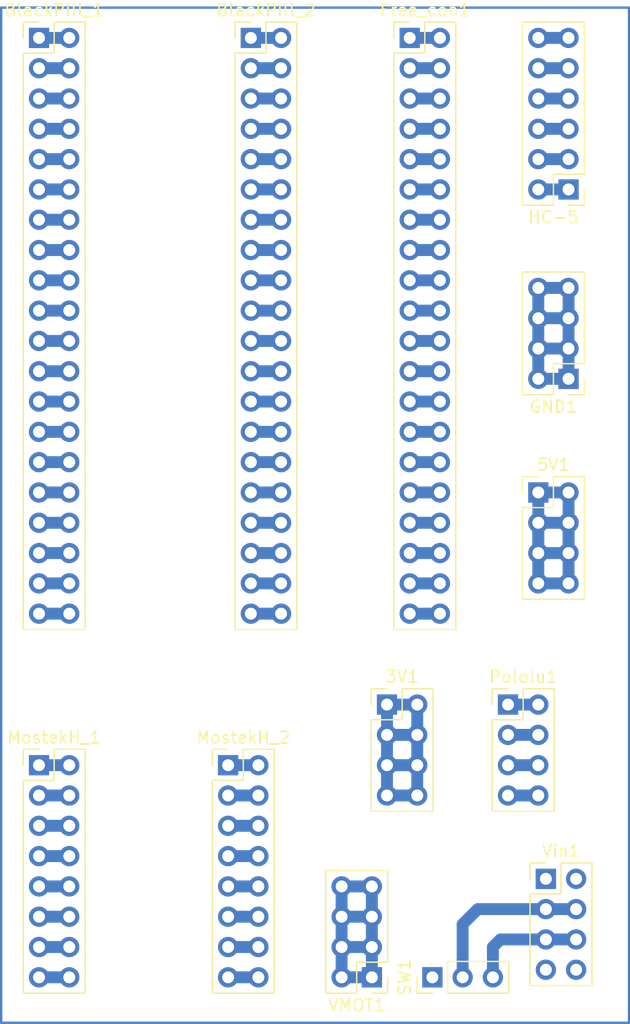
<source format=kicad_pcb>
(kicad_pcb (version 20171130) (host pcbnew "(5.1.9)-1")

  (general
    (thickness 1.6)
    (drawings 4)
    (tracks 137)
    (zones 0)
    (modules 13)
    (nets 96)
  )

  (page A4)
  (layers
    (0 F.Cu signal)
    (31 B.Cu power)
    (32 B.Adhes user hide)
    (33 F.Adhes user hide)
    (34 B.Paste user hide)
    (35 F.Paste user hide)
    (36 B.SilkS user hide)
    (37 F.SilkS user hide)
    (38 B.Mask user hide)
    (39 F.Mask user hide)
    (40 Dwgs.User user hide)
    (41 Cmts.User user hide)
    (42 Eco1.User user hide)
    (43 Eco2.User user hide)
    (44 Edge.Cuts user hide)
    (45 Margin user hide)
    (46 B.CrtYd user)
    (47 F.CrtYd user)
    (48 B.Fab user hide)
    (49 F.Fab user)
  )

  (setup
    (last_trace_width 1)
    (trace_clearance 1)
    (zone_clearance 0.508)
    (zone_45_only no)
    (trace_min 0.2)
    (via_size 0.8)
    (via_drill 0.4)
    (via_min_size 0.4)
    (via_min_drill 0.3)
    (uvia_size 0.3)
    (uvia_drill 0.1)
    (uvias_allowed no)
    (uvia_min_size 0.2)
    (uvia_min_drill 0.1)
    (edge_width 0.05)
    (segment_width 0.2)
    (pcb_text_width 0.3)
    (pcb_text_size 1.5 1.5)
    (mod_edge_width 0.12)
    (mod_text_size 1 1)
    (mod_text_width 0.15)
    (pad_size 1.524 1.524)
    (pad_drill 0.762)
    (pad_to_mask_clearance 0)
    (aux_axis_origin 0 0)
    (visible_elements 7FFFFFFF)
    (pcbplotparams
      (layerselection 0x010fc_ffffffff)
      (usegerberextensions false)
      (usegerberattributes true)
      (usegerberadvancedattributes true)
      (creategerberjobfile true)
      (excludeedgelayer true)
      (linewidth 0.100000)
      (plotframeref false)
      (viasonmask false)
      (mode 1)
      (useauxorigin false)
      (hpglpennumber 1)
      (hpglpenspeed 20)
      (hpglpendiameter 15.000000)
      (psnegative false)
      (psa4output false)
      (plotreference true)
      (plotvalue true)
      (plotinvisibletext false)
      (padsonsilk false)
      (subtractmaskfromsilk false)
      (outputformat 1)
      (mirror false)
      (drillshape 1)
      (scaleselection 1)
      (outputdirectory ""))
  )

  (net 0 "")
  (net 1 "Net-(3V1-Pad1)")
  (net 2 "Net-(5V1-Pad1)")
  (net 3 "Net-(BlackPill_1-Pad1)")
  (net 4 "Net-(BlackPill_1-Pad3)")
  (net 5 "Net-(BlackPill_1-Pad5)")
  (net 6 "Net-(BlackPill_1-Pad7)")
  (net 7 "Net-(BlackPill_1-Pad10)")
  (net 8 "Net-(BlackPill_1-Pad11)")
  (net 9 "Net-(BlackPill_1-Pad13)")
  (net 10 "Net-(BlackPill_1-Pad15)")
  (net 11 "Net-(BlackPill_1-Pad17)")
  (net 12 "Net-(BlackPill_1-Pad19)")
  (net 13 "Net-(BlackPill_1-Pad21)")
  (net 14 "Net-(BlackPill_1-Pad23)")
  (net 15 "Net-(BlackPill_1-Pad25)")
  (net 16 "Net-(BlackPill_1-Pad27)")
  (net 17 "Net-(BlackPill_1-Pad29)")
  (net 18 "Net-(BlackPill_1-Pad31)")
  (net 19 "Net-(BlackPill_1-Pad33)")
  (net 20 "Net-(BlackPill_1-Pad35)")
  (net 21 "Net-(BlackPill_1-Pad37)")
  (net 22 "Net-(BlackPill_1-Pad39)")
  (net 23 "Net-(BlackPill_2-Pad1)")
  (net 24 "Net-(BlackPill_2-Pad3)")
  (net 25 "Net-(BlackPill_2-Pad5)")
  (net 26 "Net-(BlackPill_2-Pad7)")
  (net 27 "Net-(BlackPill_2-Pad10)")
  (net 28 "Net-(BlackPill_2-Pad11)")
  (net 29 "Net-(BlackPill_2-Pad13)")
  (net 30 "Net-(BlackPill_2-Pad15)")
  (net 31 "Net-(BlackPill_2-Pad17)")
  (net 32 "Net-(BlackPill_2-Pad19)")
  (net 33 "Net-(BlackPill_2-Pad21)")
  (net 34 "Net-(BlackPill_2-Pad23)")
  (net 35 "Net-(BlackPill_2-Pad25)")
  (net 36 "Net-(BlackPill_2-Pad27)")
  (net 37 "Net-(BlackPill_2-Pad29)")
  (net 38 "Net-(BlackPill_2-Pad31)")
  (net 39 "Net-(BlackPill_2-Pad33)")
  (net 40 "Net-(BlackPill_2-Pad35)")
  (net 41 "Net-(BlackPill_2-Pad37)")
  (net 42 "Net-(BlackPill_2-Pad39)")
  (net 43 "Net-(Free_con1-Pad39)")
  (net 44 "Net-(Free_con1-Pad37)")
  (net 45 "Net-(Free_con1-Pad35)")
  (net 46 "Net-(Free_con1-Pad33)")
  (net 47 "Net-(Free_con1-Pad31)")
  (net 48 "Net-(Free_con1-Pad29)")
  (net 49 "Net-(Free_con1-Pad27)")
  (net 50 "Net-(Free_con1-Pad25)")
  (net 51 "Net-(Free_con1-Pad23)")
  (net 52 "Net-(Free_con1-Pad21)")
  (net 53 "Net-(Free_con1-Pad19)")
  (net 54 "Net-(Free_con1-Pad17)")
  (net 55 "Net-(Free_con1-Pad15)")
  (net 56 "Net-(Free_con1-Pad13)")
  (net 57 "Net-(Free_con1-Pad11)")
  (net 58 "Net-(Free_con1-Pad10)")
  (net 59 "Net-(Free_con1-Pad7)")
  (net 60 "Net-(Free_con1-Pad5)")
  (net 61 "Net-(Free_con1-Pad3)")
  (net 62 "Net-(Free_con1-Pad1)")
  (net 63 "Net-(GND1-Pad1)")
  (net 64 "Net-(HC-5-Pad1)")
  (net 65 "Net-(HC-5-Pad3)")
  (net 66 "Net-(HC-5-Pad5)")
  (net 67 "Net-(HC-5-Pad7)")
  (net 68 "Net-(HC-5-Pad10)")
  (net 69 "Net-(HC-5-Pad11)")
  (net 70 "Net-(MostekH_1-Pad1)")
  (net 71 "Net-(MostekH_1-Pad3)")
  (net 72 "Net-(MostekH_1-Pad5)")
  (net 73 "Net-(MostekH_1-Pad7)")
  (net 74 "Net-(MostekH_1-Pad10)")
  (net 75 "Net-(MostekH_1-Pad11)")
  (net 76 "Net-(MostekH_1-Pad13)")
  (net 77 "Net-(MostekH_1-Pad15)")
  (net 78 "Net-(MostekH_2-Pad15)")
  (net 79 "Net-(MostekH_2-Pad13)")
  (net 80 "Net-(MostekH_2-Pad11)")
  (net 81 "Net-(MostekH_2-Pad10)")
  (net 82 "Net-(MostekH_2-Pad7)")
  (net 83 "Net-(MostekH_2-Pad5)")
  (net 84 "Net-(MostekH_2-Pad3)")
  (net 85 "Net-(MostekH_2-Pad1)")
  (net 86 "Net-(Pololu1-Pad7)")
  (net 87 "Net-(Pololu1-Pad5)")
  (net 88 "Net-(Pololu1-Pad3)")
  (net 89 "Net-(Pololu1-Pad1)")
  (net 90 "Net-(SW1-Pad1)")
  (net 91 "Net-(SW1-Pad2)")
  (net 92 "Net-(SW1-Pad3)")
  (net 93 "Net-(Vin1-Pad1)")
  (net 94 "Net-(Vin1-Pad7)")
  (net 95 "Net-(VMOT1-Pad1)")

  (net_class Default "This is the default net class."
    (clearance 1)
    (trace_width 1)
    (via_dia 0.8)
    (via_drill 0.4)
    (uvia_dia 0.3)
    (uvia_drill 0.1)
  )

  (net_class CON1 ""
    (clearance 0.5)
    (trace_width 1)
    (via_dia 0.6)
    (via_drill 0.4)
    (uvia_dia 0.3)
    (uvia_drill 0.1)
    (add_net "Net-(3V1-Pad1)")
    (add_net "Net-(5V1-Pad1)")
    (add_net "Net-(BlackPill_1-Pad1)")
    (add_net "Net-(BlackPill_1-Pad10)")
    (add_net "Net-(BlackPill_1-Pad11)")
    (add_net "Net-(BlackPill_1-Pad13)")
    (add_net "Net-(BlackPill_1-Pad15)")
    (add_net "Net-(BlackPill_1-Pad17)")
    (add_net "Net-(BlackPill_1-Pad19)")
    (add_net "Net-(BlackPill_1-Pad21)")
    (add_net "Net-(BlackPill_1-Pad23)")
    (add_net "Net-(BlackPill_1-Pad25)")
    (add_net "Net-(BlackPill_1-Pad27)")
    (add_net "Net-(BlackPill_1-Pad29)")
    (add_net "Net-(BlackPill_1-Pad3)")
    (add_net "Net-(BlackPill_1-Pad31)")
    (add_net "Net-(BlackPill_1-Pad33)")
    (add_net "Net-(BlackPill_1-Pad35)")
    (add_net "Net-(BlackPill_1-Pad37)")
    (add_net "Net-(BlackPill_1-Pad39)")
    (add_net "Net-(BlackPill_1-Pad5)")
    (add_net "Net-(BlackPill_1-Pad7)")
    (add_net "Net-(BlackPill_2-Pad1)")
    (add_net "Net-(BlackPill_2-Pad10)")
    (add_net "Net-(BlackPill_2-Pad11)")
    (add_net "Net-(BlackPill_2-Pad13)")
    (add_net "Net-(BlackPill_2-Pad15)")
    (add_net "Net-(BlackPill_2-Pad17)")
    (add_net "Net-(BlackPill_2-Pad19)")
    (add_net "Net-(BlackPill_2-Pad21)")
    (add_net "Net-(BlackPill_2-Pad23)")
    (add_net "Net-(BlackPill_2-Pad25)")
    (add_net "Net-(BlackPill_2-Pad27)")
    (add_net "Net-(BlackPill_2-Pad29)")
    (add_net "Net-(BlackPill_2-Pad3)")
    (add_net "Net-(BlackPill_2-Pad31)")
    (add_net "Net-(BlackPill_2-Pad33)")
    (add_net "Net-(BlackPill_2-Pad35)")
    (add_net "Net-(BlackPill_2-Pad37)")
    (add_net "Net-(BlackPill_2-Pad39)")
    (add_net "Net-(BlackPill_2-Pad5)")
    (add_net "Net-(BlackPill_2-Pad7)")
    (add_net "Net-(Free_con1-Pad1)")
    (add_net "Net-(Free_con1-Pad10)")
    (add_net "Net-(Free_con1-Pad11)")
    (add_net "Net-(Free_con1-Pad13)")
    (add_net "Net-(Free_con1-Pad15)")
    (add_net "Net-(Free_con1-Pad17)")
    (add_net "Net-(Free_con1-Pad19)")
    (add_net "Net-(Free_con1-Pad21)")
    (add_net "Net-(Free_con1-Pad23)")
    (add_net "Net-(Free_con1-Pad25)")
    (add_net "Net-(Free_con1-Pad27)")
    (add_net "Net-(Free_con1-Pad29)")
    (add_net "Net-(Free_con1-Pad3)")
    (add_net "Net-(Free_con1-Pad31)")
    (add_net "Net-(Free_con1-Pad33)")
    (add_net "Net-(Free_con1-Pad35)")
    (add_net "Net-(Free_con1-Pad37)")
    (add_net "Net-(Free_con1-Pad39)")
    (add_net "Net-(Free_con1-Pad5)")
    (add_net "Net-(Free_con1-Pad7)")
    (add_net "Net-(GND1-Pad1)")
    (add_net "Net-(HC-5-Pad1)")
    (add_net "Net-(HC-5-Pad10)")
    (add_net "Net-(HC-5-Pad11)")
    (add_net "Net-(HC-5-Pad3)")
    (add_net "Net-(HC-5-Pad5)")
    (add_net "Net-(HC-5-Pad7)")
    (add_net "Net-(MostekH_1-Pad1)")
    (add_net "Net-(MostekH_1-Pad10)")
    (add_net "Net-(MostekH_1-Pad11)")
    (add_net "Net-(MostekH_1-Pad13)")
    (add_net "Net-(MostekH_1-Pad15)")
    (add_net "Net-(MostekH_1-Pad3)")
    (add_net "Net-(MostekH_1-Pad5)")
    (add_net "Net-(MostekH_1-Pad7)")
    (add_net "Net-(MostekH_2-Pad1)")
    (add_net "Net-(MostekH_2-Pad10)")
    (add_net "Net-(MostekH_2-Pad11)")
    (add_net "Net-(MostekH_2-Pad13)")
    (add_net "Net-(MostekH_2-Pad15)")
    (add_net "Net-(MostekH_2-Pad3)")
    (add_net "Net-(MostekH_2-Pad5)")
    (add_net "Net-(MostekH_2-Pad7)")
    (add_net "Net-(Pololu1-Pad1)")
    (add_net "Net-(Pololu1-Pad3)")
    (add_net "Net-(Pololu1-Pad5)")
    (add_net "Net-(Pololu1-Pad7)")
    (add_net "Net-(SW1-Pad1)")
    (add_net "Net-(SW1-Pad2)")
    (add_net "Net-(SW1-Pad3)")
    (add_net "Net-(VMOT1-Pad1)")
    (add_net "Net-(Vin1-Pad1)")
    (add_net "Net-(Vin1-Pad7)")
  )

  (module Connector_PinHeader_2.54mm:PinHeader_2x04_P2.54mm_Vertical (layer F.Cu) (tedit 59FED5CC) (tstamp 60175522)
    (at 69.85 83.82)
    (descr "Through hole straight pin header, 2x04, 2.54mm pitch, double rows")
    (tags "Through hole pin header THT 2x04 2.54mm double row")
    (path /6017B7B2)
    (fp_text reference 3V1 (at 1.27 -2.33) (layer F.SilkS)
      (effects (font (size 1 1) (thickness 0.15)))
    )
    (fp_text value 3V (at 1.27 9.95) (layer F.Fab)
      (effects (font (size 1 1) (thickness 0.15)))
    )
    (fp_line (start 4.35 -1.8) (end -1.8 -1.8) (layer F.CrtYd) (width 0.05))
    (fp_line (start 4.35 9.4) (end 4.35 -1.8) (layer F.CrtYd) (width 0.05))
    (fp_line (start -1.8 9.4) (end 4.35 9.4) (layer F.CrtYd) (width 0.05))
    (fp_line (start -1.8 -1.8) (end -1.8 9.4) (layer F.CrtYd) (width 0.05))
    (fp_line (start -1.33 -1.33) (end 0 -1.33) (layer F.SilkS) (width 0.12))
    (fp_line (start -1.33 0) (end -1.33 -1.33) (layer F.SilkS) (width 0.12))
    (fp_line (start 1.27 -1.33) (end 3.87 -1.33) (layer F.SilkS) (width 0.12))
    (fp_line (start 1.27 1.27) (end 1.27 -1.33) (layer F.SilkS) (width 0.12))
    (fp_line (start -1.33 1.27) (end 1.27 1.27) (layer F.SilkS) (width 0.12))
    (fp_line (start 3.87 -1.33) (end 3.87 8.95) (layer F.SilkS) (width 0.12))
    (fp_line (start -1.33 1.27) (end -1.33 8.95) (layer F.SilkS) (width 0.12))
    (fp_line (start -1.33 8.95) (end 3.87 8.95) (layer F.SilkS) (width 0.12))
    (fp_line (start -1.27 0) (end 0 -1.27) (layer F.Fab) (width 0.1))
    (fp_line (start -1.27 8.89) (end -1.27 0) (layer F.Fab) (width 0.1))
    (fp_line (start 3.81 8.89) (end -1.27 8.89) (layer F.Fab) (width 0.1))
    (fp_line (start 3.81 -1.27) (end 3.81 8.89) (layer F.Fab) (width 0.1))
    (fp_line (start 0 -1.27) (end 3.81 -1.27) (layer F.Fab) (width 0.1))
    (fp_text user %R (at 1.27 3.81 90) (layer F.Fab)
      (effects (font (size 1 1) (thickness 0.15)))
    )
    (pad 1 thru_hole rect (at 0 0) (size 1.7 1.7) (drill 1) (layers *.Cu *.Mask)
      (net 1 "Net-(3V1-Pad1)"))
    (pad 2 thru_hole oval (at 2.54 0) (size 1.7 1.7) (drill 1) (layers *.Cu *.Mask)
      (net 1 "Net-(3V1-Pad1)"))
    (pad 3 thru_hole oval (at 0 2.54) (size 1.7 1.7) (drill 1) (layers *.Cu *.Mask)
      (net 1 "Net-(3V1-Pad1)"))
    (pad 4 thru_hole oval (at 2.54 2.54) (size 1.7 1.7) (drill 1) (layers *.Cu *.Mask)
      (net 1 "Net-(3V1-Pad1)"))
    (pad 5 thru_hole oval (at 0 5.08) (size 1.7 1.7) (drill 1) (layers *.Cu *.Mask)
      (net 1 "Net-(3V1-Pad1)"))
    (pad 6 thru_hole oval (at 2.54 5.08) (size 1.7 1.7) (drill 1) (layers *.Cu *.Mask)
      (net 1 "Net-(3V1-Pad1)"))
    (pad 7 thru_hole oval (at 0 7.62) (size 1.7 1.7) (drill 1) (layers *.Cu *.Mask)
      (net 1 "Net-(3V1-Pad1)"))
    (pad 8 thru_hole oval (at 2.54 7.62) (size 1.7 1.7) (drill 1) (layers *.Cu *.Mask)
      (net 1 "Net-(3V1-Pad1)"))
    (model ${KISYS3DMOD}/Connector_PinHeader_2.54mm.3dshapes/PinHeader_2x04_P2.54mm_Vertical.wrl
      (at (xyz 0 0 0))
      (scale (xyz 1 1 1))
      (rotate (xyz 0 0 0))
    )
  )

  (module Connector_PinHeader_2.54mm:PinHeader_2x04_P2.54mm_Vertical (layer F.Cu) (tedit 601840B0) (tstamp 60175540)
    (at 82.55 66.04)
    (descr "Through hole straight pin header, 2x04, 2.54mm pitch, double rows")
    (tags "Through hole pin header THT 2x04 2.54mm double row")
    (path /6017D349)
    (fp_text reference 5V1 (at 1.27 -2.33) (layer F.SilkS)
      (effects (font (size 1 1) (thickness 0.15)))
    )
    (fp_text value 5V (at 1.27 9.95) (layer F.Fab)
      (effects (font (size 1 1) (thickness 0.15)))
    )
    (fp_line (start 0 -1.27) (end 3.81 -1.27) (layer F.Fab) (width 0.1))
    (fp_line (start 3.81 -1.27) (end 3.81 8.89) (layer F.Fab) (width 0.1))
    (fp_line (start 3.81 8.89) (end -1.27 8.89) (layer F.Fab) (width 0.1))
    (fp_line (start -1.27 8.89) (end -1.27 0) (layer F.Fab) (width 0.1))
    (fp_line (start -1.27 0) (end 0 -1.27) (layer F.Fab) (width 0.1))
    (fp_line (start -1.33 8.95) (end 3.87 8.95) (layer F.SilkS) (width 0.12))
    (fp_line (start -1.33 1.27) (end -1.33 8.95) (layer F.SilkS) (width 0.12))
    (fp_line (start 3.87 -1.33) (end 3.87 8.95) (layer F.SilkS) (width 0.12))
    (fp_line (start -1.33 1.27) (end 1.27 1.27) (layer F.SilkS) (width 0.12))
    (fp_line (start 1.27 1.27) (end 1.27 -1.33) (layer F.SilkS) (width 0.12))
    (fp_line (start 1.27 -1.33) (end 3.87 -1.33) (layer F.SilkS) (width 0.12))
    (fp_line (start -1.33 0) (end -1.33 -1.33) (layer F.SilkS) (width 0.12))
    (fp_line (start -1.33 -1.33) (end 0 -1.33) (layer F.SilkS) (width 0.12))
    (fp_line (start -1.8 -1.8) (end -1.8 9.4) (layer F.CrtYd) (width 0.05))
    (fp_line (start -1.8 9.4) (end 4.35 9.4) (layer F.CrtYd) (width 0.05))
    (fp_line (start 4.35 9.4) (end 4.35 -1.8) (layer F.CrtYd) (width 0.05))
    (fp_line (start 4.35 -1.8) (end -1.8 -1.8) (layer F.CrtYd) (width 0.05))
    (fp_text user %R (at 1.27 3.81 90) (layer F.Fab)
      (effects (font (size 1 1) (thickness 0.15)))
    )
    (pad 8 thru_hole oval (at 2.54 7.62) (size 1.7 1.7) (drill 1) (layers *.Cu *.Mask)
      (net 2 "Net-(5V1-Pad1)"))
    (pad 7 thru_hole oval (at 0 7.62) (size 1.7 1.7) (drill 1) (layers *.Cu *.Mask)
      (net 2 "Net-(5V1-Pad1)"))
    (pad 6 thru_hole oval (at 2.54 5.08) (size 1.7 1.7) (drill 1) (layers *.Cu *.Mask)
      (net 2 "Net-(5V1-Pad1)"))
    (pad 5 thru_hole oval (at 0 5.08) (size 1.7 1.7) (drill 1) (layers *.Cu *.Mask)
      (net 2 "Net-(5V1-Pad1)"))
    (pad 4 thru_hole oval (at 2.54 2.54) (size 1.7 1.7) (drill 1) (layers *.Cu *.Mask)
      (net 2 "Net-(5V1-Pad1)"))
    (pad 3 thru_hole oval (at 0 2.54) (size 1.7 1.7) (drill 1) (layers *.Cu *.Mask)
      (net 2 "Net-(5V1-Pad1)"))
    (pad 2 thru_hole oval (at 2.54 0) (size 1.7 1.7) (drill 1) (layers *.Cu *.Mask)
      (net 2 "Net-(5V1-Pad1)"))
    (pad 1 thru_hole rect (at 0 0) (size 1.7 1.7) (drill 1) (layers *.Cu *.Mask)
      (net 2 "Net-(5V1-Pad1)"))
    (model ${KISYS3DMOD}/Connector_PinHeader_2.54mm.3dshapes/PinHeader_2x04_P2.54mm_Vertical.wrl
      (at (xyz 0 0 0))
      (scale (xyz 1 1 1))
      (rotate (xyz 0 0 0))
    )
  )

  (module Connector_PinHeader_2.54mm:PinHeader_2x20_P2.54mm_Vertical (layer F.Cu) (tedit 59FED5CC) (tstamp 6017557E)
    (at 40.64 27.94)
    (descr "Through hole straight pin header, 2x20, 2.54mm pitch, double rows")
    (tags "Through hole pin header THT 2x20 2.54mm double row")
    (path /60171C6E)
    (fp_text reference BlackPill_1 (at 1.27 -2.33) (layer F.SilkS)
      (effects (font (size 1 1) (thickness 0.15)))
    )
    (fp_text value BP (at 1.27 50.59) (layer F.Fab)
      (effects (font (size 1 1) (thickness 0.15)))
    )
    (fp_line (start 4.35 -1.8) (end -1.8 -1.8) (layer F.CrtYd) (width 0.05))
    (fp_line (start 4.35 50.05) (end 4.35 -1.8) (layer F.CrtYd) (width 0.05))
    (fp_line (start -1.8 50.05) (end 4.35 50.05) (layer F.CrtYd) (width 0.05))
    (fp_line (start -1.8 -1.8) (end -1.8 50.05) (layer F.CrtYd) (width 0.05))
    (fp_line (start -1.33 -1.33) (end 0 -1.33) (layer F.SilkS) (width 0.12))
    (fp_line (start -1.33 0) (end -1.33 -1.33) (layer F.SilkS) (width 0.12))
    (fp_line (start 1.27 -1.33) (end 3.87 -1.33) (layer F.SilkS) (width 0.12))
    (fp_line (start 1.27 1.27) (end 1.27 -1.33) (layer F.SilkS) (width 0.12))
    (fp_line (start -1.33 1.27) (end 1.27 1.27) (layer F.SilkS) (width 0.12))
    (fp_line (start 3.87 -1.33) (end 3.87 49.59) (layer F.SilkS) (width 0.12))
    (fp_line (start -1.33 1.27) (end -1.33 49.59) (layer F.SilkS) (width 0.12))
    (fp_line (start -1.33 49.59) (end 3.87 49.59) (layer F.SilkS) (width 0.12))
    (fp_line (start -1.27 0) (end 0 -1.27) (layer F.Fab) (width 0.1))
    (fp_line (start -1.27 49.53) (end -1.27 0) (layer F.Fab) (width 0.1))
    (fp_line (start 3.81 49.53) (end -1.27 49.53) (layer F.Fab) (width 0.1))
    (fp_line (start 3.81 -1.27) (end 3.81 49.53) (layer F.Fab) (width 0.1))
    (fp_line (start 0 -1.27) (end 3.81 -1.27) (layer F.Fab) (width 0.1))
    (fp_text user %R (at 1.27 24.13 90) (layer F.Fab)
      (effects (font (size 1 1) (thickness 0.15)))
    )
    (pad 1 thru_hole rect (at 0 0) (size 1.7 1.7) (drill 1) (layers *.Cu *.Mask)
      (net 3 "Net-(BlackPill_1-Pad1)"))
    (pad 2 thru_hole oval (at 2.54 0) (size 1.7 1.7) (drill 1) (layers *.Cu *.Mask)
      (net 3 "Net-(BlackPill_1-Pad1)"))
    (pad 3 thru_hole oval (at 0 2.54) (size 1.7 1.7) (drill 1) (layers *.Cu *.Mask)
      (net 4 "Net-(BlackPill_1-Pad3)"))
    (pad 4 thru_hole oval (at 2.54 2.54) (size 1.7 1.7) (drill 1) (layers *.Cu *.Mask)
      (net 4 "Net-(BlackPill_1-Pad3)"))
    (pad 5 thru_hole oval (at 0 5.08) (size 1.7 1.7) (drill 1) (layers *.Cu *.Mask)
      (net 5 "Net-(BlackPill_1-Pad5)"))
    (pad 6 thru_hole oval (at 2.54 5.08) (size 1.7 1.7) (drill 1) (layers *.Cu *.Mask)
      (net 5 "Net-(BlackPill_1-Pad5)"))
    (pad 7 thru_hole oval (at 0 7.62) (size 1.7 1.7) (drill 1) (layers *.Cu *.Mask)
      (net 6 "Net-(BlackPill_1-Pad7)"))
    (pad 8 thru_hole oval (at 2.54 7.62) (size 1.7 1.7) (drill 1) (layers *.Cu *.Mask)
      (net 6 "Net-(BlackPill_1-Pad7)"))
    (pad 9 thru_hole oval (at 0 10.16) (size 1.7 1.7) (drill 1) (layers *.Cu *.Mask)
      (net 7 "Net-(BlackPill_1-Pad10)"))
    (pad 10 thru_hole oval (at 2.54 10.16) (size 1.7 1.7) (drill 1) (layers *.Cu *.Mask)
      (net 7 "Net-(BlackPill_1-Pad10)"))
    (pad 11 thru_hole oval (at 0 12.7) (size 1.7 1.7) (drill 1) (layers *.Cu *.Mask)
      (net 8 "Net-(BlackPill_1-Pad11)"))
    (pad 12 thru_hole oval (at 2.54 12.7) (size 1.7 1.7) (drill 1) (layers *.Cu *.Mask)
      (net 8 "Net-(BlackPill_1-Pad11)"))
    (pad 13 thru_hole oval (at 0 15.24) (size 1.7 1.7) (drill 1) (layers *.Cu *.Mask)
      (net 9 "Net-(BlackPill_1-Pad13)"))
    (pad 14 thru_hole oval (at 2.54 15.24) (size 1.7 1.7) (drill 1) (layers *.Cu *.Mask)
      (net 9 "Net-(BlackPill_1-Pad13)"))
    (pad 15 thru_hole oval (at 0 17.78) (size 1.7 1.7) (drill 1) (layers *.Cu *.Mask)
      (net 10 "Net-(BlackPill_1-Pad15)"))
    (pad 16 thru_hole oval (at 2.54 17.78) (size 1.7 1.7) (drill 1) (layers *.Cu *.Mask)
      (net 10 "Net-(BlackPill_1-Pad15)"))
    (pad 17 thru_hole oval (at 0 20.32) (size 1.7 1.7) (drill 1) (layers *.Cu *.Mask)
      (net 11 "Net-(BlackPill_1-Pad17)"))
    (pad 18 thru_hole oval (at 2.54 20.32) (size 1.7 1.7) (drill 1) (layers *.Cu *.Mask)
      (net 11 "Net-(BlackPill_1-Pad17)"))
    (pad 19 thru_hole oval (at 0 22.86) (size 1.7 1.7) (drill 1) (layers *.Cu *.Mask)
      (net 12 "Net-(BlackPill_1-Pad19)"))
    (pad 20 thru_hole oval (at 2.54 22.86) (size 1.7 1.7) (drill 1) (layers *.Cu *.Mask)
      (net 12 "Net-(BlackPill_1-Pad19)"))
    (pad 21 thru_hole oval (at 0 25.4) (size 1.7 1.7) (drill 1) (layers *.Cu *.Mask)
      (net 13 "Net-(BlackPill_1-Pad21)"))
    (pad 22 thru_hole oval (at 2.54 25.4) (size 1.7 1.7) (drill 1) (layers *.Cu *.Mask)
      (net 13 "Net-(BlackPill_1-Pad21)"))
    (pad 23 thru_hole oval (at 0 27.94) (size 1.7 1.7) (drill 1) (layers *.Cu *.Mask)
      (net 14 "Net-(BlackPill_1-Pad23)"))
    (pad 24 thru_hole oval (at 2.54 27.94) (size 1.7 1.7) (drill 1) (layers *.Cu *.Mask)
      (net 14 "Net-(BlackPill_1-Pad23)"))
    (pad 25 thru_hole oval (at 0 30.48) (size 1.7 1.7) (drill 1) (layers *.Cu *.Mask)
      (net 15 "Net-(BlackPill_1-Pad25)"))
    (pad 26 thru_hole oval (at 2.54 30.48) (size 1.7 1.7) (drill 1) (layers *.Cu *.Mask)
      (net 15 "Net-(BlackPill_1-Pad25)"))
    (pad 27 thru_hole oval (at 0 33.02) (size 1.7 1.7) (drill 1) (layers *.Cu *.Mask)
      (net 16 "Net-(BlackPill_1-Pad27)"))
    (pad 28 thru_hole oval (at 2.54 33.02) (size 1.7 1.7) (drill 1) (layers *.Cu *.Mask)
      (net 16 "Net-(BlackPill_1-Pad27)"))
    (pad 29 thru_hole oval (at 0 35.56) (size 1.7 1.7) (drill 1) (layers *.Cu *.Mask)
      (net 17 "Net-(BlackPill_1-Pad29)"))
    (pad 30 thru_hole oval (at 2.54 35.56) (size 1.7 1.7) (drill 1) (layers *.Cu *.Mask)
      (net 17 "Net-(BlackPill_1-Pad29)"))
    (pad 31 thru_hole oval (at 0 38.1) (size 1.7 1.7) (drill 1) (layers *.Cu *.Mask)
      (net 18 "Net-(BlackPill_1-Pad31)"))
    (pad 32 thru_hole oval (at 2.54 38.1) (size 1.7 1.7) (drill 1) (layers *.Cu *.Mask)
      (net 18 "Net-(BlackPill_1-Pad31)"))
    (pad 33 thru_hole oval (at 0 40.64) (size 1.7 1.7) (drill 1) (layers *.Cu *.Mask)
      (net 19 "Net-(BlackPill_1-Pad33)"))
    (pad 34 thru_hole oval (at 2.54 40.64) (size 1.7 1.7) (drill 1) (layers *.Cu *.Mask)
      (net 19 "Net-(BlackPill_1-Pad33)"))
    (pad 35 thru_hole oval (at 0 43.18) (size 1.7 1.7) (drill 1) (layers *.Cu *.Mask)
      (net 20 "Net-(BlackPill_1-Pad35)"))
    (pad 36 thru_hole oval (at 2.54 43.18) (size 1.7 1.7) (drill 1) (layers *.Cu *.Mask)
      (net 20 "Net-(BlackPill_1-Pad35)"))
    (pad 37 thru_hole oval (at 0 45.72) (size 1.7 1.7) (drill 1) (layers *.Cu *.Mask)
      (net 21 "Net-(BlackPill_1-Pad37)"))
    (pad 38 thru_hole oval (at 2.54 45.72) (size 1.7 1.7) (drill 1) (layers *.Cu *.Mask)
      (net 21 "Net-(BlackPill_1-Pad37)"))
    (pad 39 thru_hole oval (at 0 48.26) (size 1.7 1.7) (drill 1) (layers *.Cu *.Mask)
      (net 22 "Net-(BlackPill_1-Pad39)"))
    (pad 40 thru_hole oval (at 2.54 48.26) (size 1.7 1.7) (drill 1) (layers *.Cu *.Mask)
      (net 22 "Net-(BlackPill_1-Pad39)"))
    (model ${KISYS3DMOD}/Connector_PinHeader_2.54mm.3dshapes/PinHeader_2x20_P2.54mm_Vertical.wrl
      (at (xyz 0 0 0))
      (scale (xyz 1 1 1))
      (rotate (xyz 0 0 0))
    )
  )

  (module Connector_PinHeader_2.54mm:PinHeader_2x20_P2.54mm_Vertical (layer F.Cu) (tedit 59FED5CC) (tstamp 60175D68)
    (at 58.42 27.94)
    (descr "Through hole straight pin header, 2x20, 2.54mm pitch, double rows")
    (tags "Through hole pin header THT 2x20 2.54mm double row")
    (path /601743E3)
    (fp_text reference BlackPill_2 (at 1.27 -2.33) (layer F.SilkS)
      (effects (font (size 1 1) (thickness 0.15)))
    )
    (fp_text value BP (at 1.27 50.59) (layer F.Fab)
      (effects (font (size 1 1) (thickness 0.15)))
    )
    (fp_line (start 0 -1.27) (end 3.81 -1.27) (layer F.Fab) (width 0.1))
    (fp_line (start 3.81 -1.27) (end 3.81 49.53) (layer F.Fab) (width 0.1))
    (fp_line (start 3.81 49.53) (end -1.27 49.53) (layer F.Fab) (width 0.1))
    (fp_line (start -1.27 49.53) (end -1.27 0) (layer F.Fab) (width 0.1))
    (fp_line (start -1.27 0) (end 0 -1.27) (layer F.Fab) (width 0.1))
    (fp_line (start -1.33 49.59) (end 3.87 49.59) (layer F.SilkS) (width 0.12))
    (fp_line (start -1.33 1.27) (end -1.33 49.59) (layer F.SilkS) (width 0.12))
    (fp_line (start 3.87 -1.33) (end 3.87 49.59) (layer F.SilkS) (width 0.12))
    (fp_line (start -1.33 1.27) (end 1.27 1.27) (layer F.SilkS) (width 0.12))
    (fp_line (start 1.27 1.27) (end 1.27 -1.33) (layer F.SilkS) (width 0.12))
    (fp_line (start 1.27 -1.33) (end 3.87 -1.33) (layer F.SilkS) (width 0.12))
    (fp_line (start -1.33 0) (end -1.33 -1.33) (layer F.SilkS) (width 0.12))
    (fp_line (start -1.33 -1.33) (end 0 -1.33) (layer F.SilkS) (width 0.12))
    (fp_line (start -1.8 -1.8) (end -1.8 50.05) (layer F.CrtYd) (width 0.05))
    (fp_line (start -1.8 50.05) (end 4.35 50.05) (layer F.CrtYd) (width 0.05))
    (fp_line (start 4.35 50.05) (end 4.35 -1.8) (layer F.CrtYd) (width 0.05))
    (fp_line (start 4.35 -1.8) (end -1.8 -1.8) (layer F.CrtYd) (width 0.05))
    (fp_text user %R (at 1.27 24.13 90) (layer F.Fab)
      (effects (font (size 1 1) (thickness 0.15)))
    )
    (pad 40 thru_hole oval (at 2.54 48.26) (size 1.7 1.7) (drill 1) (layers *.Cu *.Mask)
      (net 42 "Net-(BlackPill_2-Pad39)"))
    (pad 39 thru_hole oval (at 0 48.26) (size 1.7 1.7) (drill 1) (layers *.Cu *.Mask)
      (net 42 "Net-(BlackPill_2-Pad39)"))
    (pad 38 thru_hole oval (at 2.54 45.72) (size 1.7 1.7) (drill 1) (layers *.Cu *.Mask)
      (net 41 "Net-(BlackPill_2-Pad37)"))
    (pad 37 thru_hole oval (at 0 45.72) (size 1.7 1.7) (drill 1) (layers *.Cu *.Mask)
      (net 41 "Net-(BlackPill_2-Pad37)"))
    (pad 36 thru_hole oval (at 2.54 43.18) (size 1.7 1.7) (drill 1) (layers *.Cu *.Mask)
      (net 40 "Net-(BlackPill_2-Pad35)"))
    (pad 35 thru_hole oval (at 0 43.18) (size 1.7 1.7) (drill 1) (layers *.Cu *.Mask)
      (net 40 "Net-(BlackPill_2-Pad35)"))
    (pad 34 thru_hole oval (at 2.54 40.64) (size 1.7 1.7) (drill 1) (layers *.Cu *.Mask)
      (net 39 "Net-(BlackPill_2-Pad33)"))
    (pad 33 thru_hole oval (at 0 40.64) (size 1.7 1.7) (drill 1) (layers *.Cu *.Mask)
      (net 39 "Net-(BlackPill_2-Pad33)"))
    (pad 32 thru_hole oval (at 2.54 38.1) (size 1.7 1.7) (drill 1) (layers *.Cu *.Mask)
      (net 38 "Net-(BlackPill_2-Pad31)"))
    (pad 31 thru_hole oval (at 0 38.1) (size 1.7 1.7) (drill 1) (layers *.Cu *.Mask)
      (net 38 "Net-(BlackPill_2-Pad31)"))
    (pad 30 thru_hole oval (at 2.54 35.56) (size 1.7 1.7) (drill 1) (layers *.Cu *.Mask)
      (net 37 "Net-(BlackPill_2-Pad29)"))
    (pad 29 thru_hole oval (at 0 35.56) (size 1.7 1.7) (drill 1) (layers *.Cu *.Mask)
      (net 37 "Net-(BlackPill_2-Pad29)"))
    (pad 28 thru_hole oval (at 2.54 33.02) (size 1.7 1.7) (drill 1) (layers *.Cu *.Mask)
      (net 36 "Net-(BlackPill_2-Pad27)"))
    (pad 27 thru_hole oval (at 0 33.02) (size 1.7 1.7) (drill 1) (layers *.Cu *.Mask)
      (net 36 "Net-(BlackPill_2-Pad27)"))
    (pad 26 thru_hole oval (at 2.54 30.48) (size 1.7 1.7) (drill 1) (layers *.Cu *.Mask)
      (net 35 "Net-(BlackPill_2-Pad25)"))
    (pad 25 thru_hole oval (at 0 30.48) (size 1.7 1.7) (drill 1) (layers *.Cu *.Mask)
      (net 35 "Net-(BlackPill_2-Pad25)"))
    (pad 24 thru_hole oval (at 2.54 27.94) (size 1.7 1.7) (drill 1) (layers *.Cu *.Mask)
      (net 34 "Net-(BlackPill_2-Pad23)"))
    (pad 23 thru_hole oval (at 0 27.94) (size 1.7 1.7) (drill 1) (layers *.Cu *.Mask)
      (net 34 "Net-(BlackPill_2-Pad23)"))
    (pad 22 thru_hole oval (at 2.54 25.4) (size 1.7 1.7) (drill 1) (layers *.Cu *.Mask)
      (net 33 "Net-(BlackPill_2-Pad21)"))
    (pad 21 thru_hole oval (at 0 25.4) (size 1.7 1.7) (drill 1) (layers *.Cu *.Mask)
      (net 33 "Net-(BlackPill_2-Pad21)"))
    (pad 20 thru_hole oval (at 2.54 22.86) (size 1.7 1.7) (drill 1) (layers *.Cu *.Mask)
      (net 32 "Net-(BlackPill_2-Pad19)"))
    (pad 19 thru_hole oval (at 0 22.86) (size 1.7 1.7) (drill 1) (layers *.Cu *.Mask)
      (net 32 "Net-(BlackPill_2-Pad19)"))
    (pad 18 thru_hole oval (at 2.54 20.32) (size 1.7 1.7) (drill 1) (layers *.Cu *.Mask)
      (net 31 "Net-(BlackPill_2-Pad17)"))
    (pad 17 thru_hole oval (at 0 20.32) (size 1.7 1.7) (drill 1) (layers *.Cu *.Mask)
      (net 31 "Net-(BlackPill_2-Pad17)"))
    (pad 16 thru_hole oval (at 2.54 17.78) (size 1.7 1.7) (drill 1) (layers *.Cu *.Mask)
      (net 30 "Net-(BlackPill_2-Pad15)"))
    (pad 15 thru_hole oval (at 0 17.78) (size 1.7 1.7) (drill 1) (layers *.Cu *.Mask)
      (net 30 "Net-(BlackPill_2-Pad15)"))
    (pad 14 thru_hole oval (at 2.54 15.24) (size 1.7 1.7) (drill 1) (layers *.Cu *.Mask)
      (net 29 "Net-(BlackPill_2-Pad13)"))
    (pad 13 thru_hole oval (at 0 15.24) (size 1.7 1.7) (drill 1) (layers *.Cu *.Mask)
      (net 29 "Net-(BlackPill_2-Pad13)"))
    (pad 12 thru_hole oval (at 2.54 12.7) (size 1.7 1.7) (drill 1) (layers *.Cu *.Mask)
      (net 28 "Net-(BlackPill_2-Pad11)"))
    (pad 11 thru_hole oval (at 0 12.7) (size 1.7 1.7) (drill 1) (layers *.Cu *.Mask)
      (net 28 "Net-(BlackPill_2-Pad11)"))
    (pad 10 thru_hole oval (at 2.54 10.16) (size 1.7 1.7) (drill 1) (layers *.Cu *.Mask)
      (net 27 "Net-(BlackPill_2-Pad10)"))
    (pad 9 thru_hole oval (at 0 10.16) (size 1.7 1.7) (drill 1) (layers *.Cu *.Mask)
      (net 27 "Net-(BlackPill_2-Pad10)"))
    (pad 8 thru_hole oval (at 2.54 7.62) (size 1.7 1.7) (drill 1) (layers *.Cu *.Mask)
      (net 26 "Net-(BlackPill_2-Pad7)"))
    (pad 7 thru_hole oval (at 0 7.62) (size 1.7 1.7) (drill 1) (layers *.Cu *.Mask)
      (net 26 "Net-(BlackPill_2-Pad7)"))
    (pad 6 thru_hole oval (at 2.54 5.08) (size 1.7 1.7) (drill 1) (layers *.Cu *.Mask)
      (net 25 "Net-(BlackPill_2-Pad5)"))
    (pad 5 thru_hole oval (at 0 5.08) (size 1.7 1.7) (drill 1) (layers *.Cu *.Mask)
      (net 25 "Net-(BlackPill_2-Pad5)"))
    (pad 4 thru_hole oval (at 2.54 2.54) (size 1.7 1.7) (drill 1) (layers *.Cu *.Mask)
      (net 24 "Net-(BlackPill_2-Pad3)"))
    (pad 3 thru_hole oval (at 0 2.54) (size 1.7 1.7) (drill 1) (layers *.Cu *.Mask)
      (net 24 "Net-(BlackPill_2-Pad3)"))
    (pad 2 thru_hole oval (at 2.54 0) (size 1.7 1.7) (drill 1) (layers *.Cu *.Mask)
      (net 23 "Net-(BlackPill_2-Pad1)"))
    (pad 1 thru_hole rect (at 0 0) (size 1.7 1.7) (drill 1) (layers *.Cu *.Mask)
      (net 23 "Net-(BlackPill_2-Pad1)"))
    (model ${KISYS3DMOD}/Connector_PinHeader_2.54mm.3dshapes/PinHeader_2x20_P2.54mm_Vertical.wrl
      (at (xyz 0 0 0))
      (scale (xyz 1 1 1))
      (rotate (xyz 0 0 0))
    )
  )

  (module Connector_PinHeader_2.54mm:PinHeader_2x20_P2.54mm_Vertical (layer F.Cu) (tedit 59FED5CC) (tstamp 601755FA)
    (at 71.755 27.94)
    (descr "Through hole straight pin header, 2x20, 2.54mm pitch, double rows")
    (tags "Through hole pin header THT 2x20 2.54mm double row")
    (path /60217D38)
    (fp_text reference Free_con1 (at 1.27 -2.33) (layer F.SilkS)
      (effects (font (size 1 1) (thickness 0.15)))
    )
    (fp_text value FC (at 1.27 50.59) (layer F.Fab)
      (effects (font (size 1 1) (thickness 0.15)))
    )
    (fp_line (start 0 -1.27) (end 3.81 -1.27) (layer F.Fab) (width 0.1))
    (fp_line (start 3.81 -1.27) (end 3.81 49.53) (layer F.Fab) (width 0.1))
    (fp_line (start 3.81 49.53) (end -1.27 49.53) (layer F.Fab) (width 0.1))
    (fp_line (start -1.27 49.53) (end -1.27 0) (layer F.Fab) (width 0.1))
    (fp_line (start -1.27 0) (end 0 -1.27) (layer F.Fab) (width 0.1))
    (fp_line (start -1.33 49.59) (end 3.87 49.59) (layer F.SilkS) (width 0.12))
    (fp_line (start -1.33 1.27) (end -1.33 49.59) (layer F.SilkS) (width 0.12))
    (fp_line (start 3.87 -1.33) (end 3.87 49.59) (layer F.SilkS) (width 0.12))
    (fp_line (start -1.33 1.27) (end 1.27 1.27) (layer F.SilkS) (width 0.12))
    (fp_line (start 1.27 1.27) (end 1.27 -1.33) (layer F.SilkS) (width 0.12))
    (fp_line (start 1.27 -1.33) (end 3.87 -1.33) (layer F.SilkS) (width 0.12))
    (fp_line (start -1.33 0) (end -1.33 -1.33) (layer F.SilkS) (width 0.12))
    (fp_line (start -1.33 -1.33) (end 0 -1.33) (layer F.SilkS) (width 0.12))
    (fp_line (start -1.8 -1.8) (end -1.8 50.05) (layer F.CrtYd) (width 0.05))
    (fp_line (start -1.8 50.05) (end 4.35 50.05) (layer F.CrtYd) (width 0.05))
    (fp_line (start 4.35 50.05) (end 4.35 -1.8) (layer F.CrtYd) (width 0.05))
    (fp_line (start 4.35 -1.8) (end -1.8 -1.8) (layer F.CrtYd) (width 0.05))
    (fp_text user %R (at 1.27 24.13 90) (layer F.Fab)
      (effects (font (size 1 1) (thickness 0.15)))
    )
    (pad 40 thru_hole oval (at 2.54 48.26) (size 1.7 1.7) (drill 1) (layers *.Cu *.Mask)
      (net 43 "Net-(Free_con1-Pad39)"))
    (pad 39 thru_hole oval (at 0 48.26) (size 1.7 1.7) (drill 1) (layers *.Cu *.Mask)
      (net 43 "Net-(Free_con1-Pad39)"))
    (pad 38 thru_hole oval (at 2.54 45.72) (size 1.7 1.7) (drill 1) (layers *.Cu *.Mask)
      (net 44 "Net-(Free_con1-Pad37)"))
    (pad 37 thru_hole oval (at 0 45.72) (size 1.7 1.7) (drill 1) (layers *.Cu *.Mask)
      (net 44 "Net-(Free_con1-Pad37)"))
    (pad 36 thru_hole oval (at 2.54 43.18) (size 1.7 1.7) (drill 1) (layers *.Cu *.Mask)
      (net 45 "Net-(Free_con1-Pad35)"))
    (pad 35 thru_hole oval (at 0 43.18) (size 1.7 1.7) (drill 1) (layers *.Cu *.Mask)
      (net 45 "Net-(Free_con1-Pad35)"))
    (pad 34 thru_hole oval (at 2.54 40.64) (size 1.7 1.7) (drill 1) (layers *.Cu *.Mask)
      (net 46 "Net-(Free_con1-Pad33)"))
    (pad 33 thru_hole oval (at 0 40.64) (size 1.7 1.7) (drill 1) (layers *.Cu *.Mask)
      (net 46 "Net-(Free_con1-Pad33)"))
    (pad 32 thru_hole oval (at 2.54 38.1) (size 1.7 1.7) (drill 1) (layers *.Cu *.Mask)
      (net 47 "Net-(Free_con1-Pad31)"))
    (pad 31 thru_hole oval (at 0 38.1) (size 1.7 1.7) (drill 1) (layers *.Cu *.Mask)
      (net 47 "Net-(Free_con1-Pad31)"))
    (pad 30 thru_hole oval (at 2.54 35.56) (size 1.7 1.7) (drill 1) (layers *.Cu *.Mask)
      (net 48 "Net-(Free_con1-Pad29)"))
    (pad 29 thru_hole oval (at 0 35.56) (size 1.7 1.7) (drill 1) (layers *.Cu *.Mask)
      (net 48 "Net-(Free_con1-Pad29)"))
    (pad 28 thru_hole oval (at 2.54 33.02) (size 1.7 1.7) (drill 1) (layers *.Cu *.Mask)
      (net 49 "Net-(Free_con1-Pad27)"))
    (pad 27 thru_hole oval (at 0 33.02) (size 1.7 1.7) (drill 1) (layers *.Cu *.Mask)
      (net 49 "Net-(Free_con1-Pad27)"))
    (pad 26 thru_hole oval (at 2.54 30.48) (size 1.7 1.7) (drill 1) (layers *.Cu *.Mask)
      (net 50 "Net-(Free_con1-Pad25)"))
    (pad 25 thru_hole oval (at 0 30.48) (size 1.7 1.7) (drill 1) (layers *.Cu *.Mask)
      (net 50 "Net-(Free_con1-Pad25)"))
    (pad 24 thru_hole oval (at 2.54 27.94) (size 1.7 1.7) (drill 1) (layers *.Cu *.Mask)
      (net 51 "Net-(Free_con1-Pad23)"))
    (pad 23 thru_hole oval (at 0 27.94) (size 1.7 1.7) (drill 1) (layers *.Cu *.Mask)
      (net 51 "Net-(Free_con1-Pad23)"))
    (pad 22 thru_hole oval (at 2.54 25.4) (size 1.7 1.7) (drill 1) (layers *.Cu *.Mask)
      (net 52 "Net-(Free_con1-Pad21)"))
    (pad 21 thru_hole oval (at 0 25.4) (size 1.7 1.7) (drill 1) (layers *.Cu *.Mask)
      (net 52 "Net-(Free_con1-Pad21)"))
    (pad 20 thru_hole oval (at 2.54 22.86) (size 1.7 1.7) (drill 1) (layers *.Cu *.Mask)
      (net 53 "Net-(Free_con1-Pad19)"))
    (pad 19 thru_hole oval (at 0 22.86) (size 1.7 1.7) (drill 1) (layers *.Cu *.Mask)
      (net 53 "Net-(Free_con1-Pad19)"))
    (pad 18 thru_hole oval (at 2.54 20.32) (size 1.7 1.7) (drill 1) (layers *.Cu *.Mask)
      (net 54 "Net-(Free_con1-Pad17)"))
    (pad 17 thru_hole oval (at 0 20.32) (size 1.7 1.7) (drill 1) (layers *.Cu *.Mask)
      (net 54 "Net-(Free_con1-Pad17)"))
    (pad 16 thru_hole oval (at 2.54 17.78) (size 1.7 1.7) (drill 1) (layers *.Cu *.Mask)
      (net 55 "Net-(Free_con1-Pad15)"))
    (pad 15 thru_hole oval (at 0 17.78) (size 1.7 1.7) (drill 1) (layers *.Cu *.Mask)
      (net 55 "Net-(Free_con1-Pad15)"))
    (pad 14 thru_hole oval (at 2.54 15.24) (size 1.7 1.7) (drill 1) (layers *.Cu *.Mask)
      (net 56 "Net-(Free_con1-Pad13)"))
    (pad 13 thru_hole oval (at 0 15.24) (size 1.7 1.7) (drill 1) (layers *.Cu *.Mask)
      (net 56 "Net-(Free_con1-Pad13)"))
    (pad 12 thru_hole oval (at 2.54 12.7) (size 1.7 1.7) (drill 1) (layers *.Cu *.Mask)
      (net 57 "Net-(Free_con1-Pad11)"))
    (pad 11 thru_hole oval (at 0 12.7) (size 1.7 1.7) (drill 1) (layers *.Cu *.Mask)
      (net 57 "Net-(Free_con1-Pad11)"))
    (pad 10 thru_hole oval (at 2.54 10.16) (size 1.7 1.7) (drill 1) (layers *.Cu *.Mask)
      (net 58 "Net-(Free_con1-Pad10)"))
    (pad 9 thru_hole oval (at 0 10.16) (size 1.7 1.7) (drill 1) (layers *.Cu *.Mask)
      (net 58 "Net-(Free_con1-Pad10)"))
    (pad 8 thru_hole oval (at 2.54 7.62) (size 1.7 1.7) (drill 1) (layers *.Cu *.Mask)
      (net 59 "Net-(Free_con1-Pad7)"))
    (pad 7 thru_hole oval (at 0 7.62) (size 1.7 1.7) (drill 1) (layers *.Cu *.Mask)
      (net 59 "Net-(Free_con1-Pad7)"))
    (pad 6 thru_hole oval (at 2.54 5.08) (size 1.7 1.7) (drill 1) (layers *.Cu *.Mask)
      (net 60 "Net-(Free_con1-Pad5)"))
    (pad 5 thru_hole oval (at 0 5.08) (size 1.7 1.7) (drill 1) (layers *.Cu *.Mask)
      (net 60 "Net-(Free_con1-Pad5)"))
    (pad 4 thru_hole oval (at 2.54 2.54) (size 1.7 1.7) (drill 1) (layers *.Cu *.Mask)
      (net 61 "Net-(Free_con1-Pad3)"))
    (pad 3 thru_hole oval (at 0 2.54) (size 1.7 1.7) (drill 1) (layers *.Cu *.Mask)
      (net 61 "Net-(Free_con1-Pad3)"))
    (pad 2 thru_hole oval (at 2.54 0) (size 1.7 1.7) (drill 1) (layers *.Cu *.Mask)
      (net 62 "Net-(Free_con1-Pad1)"))
    (pad 1 thru_hole rect (at 0 0) (size 1.7 1.7) (drill 1) (layers *.Cu *.Mask)
      (net 62 "Net-(Free_con1-Pad1)"))
    (model ${KISYS3DMOD}/Connector_PinHeader_2.54mm.3dshapes/PinHeader_2x20_P2.54mm_Vertical.wrl
      (at (xyz 0 0 0))
      (scale (xyz 1 1 1))
      (rotate (xyz 0 0 0))
    )
  )

  (module Connector_PinHeader_2.54mm:PinHeader_2x04_P2.54mm_Vertical (layer F.Cu) (tedit 59FED5CC) (tstamp 60175618)
    (at 85.09 56.515 180)
    (descr "Through hole straight pin header, 2x04, 2.54mm pitch, double rows")
    (tags "Through hole pin header THT 2x04 2.54mm double row")
    (path /6017AB1D)
    (fp_text reference GND1 (at 1.27 -2.33) (layer F.SilkS)
      (effects (font (size 1 1) (thickness 0.15)))
    )
    (fp_text value GND (at 1.27 9.95) (layer F.Fab)
      (effects (font (size 1 1) (thickness 0.15)))
    )
    (fp_line (start 0 -1.27) (end 3.81 -1.27) (layer F.Fab) (width 0.1))
    (fp_line (start 3.81 -1.27) (end 3.81 8.89) (layer F.Fab) (width 0.1))
    (fp_line (start 3.81 8.89) (end -1.27 8.89) (layer F.Fab) (width 0.1))
    (fp_line (start -1.27 8.89) (end -1.27 0) (layer F.Fab) (width 0.1))
    (fp_line (start -1.27 0) (end 0 -1.27) (layer F.Fab) (width 0.1))
    (fp_line (start -1.33 8.95) (end 3.87 8.95) (layer F.SilkS) (width 0.12))
    (fp_line (start -1.33 1.27) (end -1.33 8.95) (layer F.SilkS) (width 0.12))
    (fp_line (start 3.87 -1.33) (end 3.87 8.95) (layer F.SilkS) (width 0.12))
    (fp_line (start -1.33 1.27) (end 1.27 1.27) (layer F.SilkS) (width 0.12))
    (fp_line (start 1.27 1.27) (end 1.27 -1.33) (layer F.SilkS) (width 0.12))
    (fp_line (start 1.27 -1.33) (end 3.87 -1.33) (layer F.SilkS) (width 0.12))
    (fp_line (start -1.33 0) (end -1.33 -1.33) (layer F.SilkS) (width 0.12))
    (fp_line (start -1.33 -1.33) (end 0 -1.33) (layer F.SilkS) (width 0.12))
    (fp_line (start -1.8 -1.8) (end -1.8 9.4) (layer F.CrtYd) (width 0.05))
    (fp_line (start -1.8 9.4) (end 4.35 9.4) (layer F.CrtYd) (width 0.05))
    (fp_line (start 4.35 9.4) (end 4.35 -1.8) (layer F.CrtYd) (width 0.05))
    (fp_line (start 4.35 -1.8) (end -1.8 -1.8) (layer F.CrtYd) (width 0.05))
    (fp_text user %R (at 1.27 3.81 90) (layer F.Fab)
      (effects (font (size 1 1) (thickness 0.15)))
    )
    (pad 8 thru_hole oval (at 2.54 7.62 180) (size 1.7 1.7) (drill 1) (layers *.Cu *.Mask)
      (net 63 "Net-(GND1-Pad1)"))
    (pad 7 thru_hole oval (at 0 7.62 180) (size 1.7 1.7) (drill 1) (layers *.Cu *.Mask)
      (net 63 "Net-(GND1-Pad1)"))
    (pad 6 thru_hole oval (at 2.54 5.08 180) (size 1.7 1.7) (drill 1) (layers *.Cu *.Mask)
      (net 63 "Net-(GND1-Pad1)"))
    (pad 5 thru_hole oval (at 0 5.08 180) (size 1.7 1.7) (drill 1) (layers *.Cu *.Mask)
      (net 63 "Net-(GND1-Pad1)"))
    (pad 4 thru_hole oval (at 2.54 2.54 180) (size 1.7 1.7) (drill 1) (layers *.Cu *.Mask)
      (net 63 "Net-(GND1-Pad1)"))
    (pad 3 thru_hole oval (at 0 2.54 180) (size 1.7 1.7) (drill 1) (layers *.Cu *.Mask)
      (net 63 "Net-(GND1-Pad1)"))
    (pad 2 thru_hole oval (at 2.54 0 180) (size 1.7 1.7) (drill 1) (layers *.Cu *.Mask)
      (net 63 "Net-(GND1-Pad1)"))
    (pad 1 thru_hole rect (at 0 0 180) (size 1.7 1.7) (drill 1) (layers *.Cu *.Mask)
      (net 63 "Net-(GND1-Pad1)"))
    (model ${KISYS3DMOD}/Connector_PinHeader_2.54mm.3dshapes/PinHeader_2x04_P2.54mm_Vertical.wrl
      (at (xyz 0 0 0))
      (scale (xyz 1 1 1))
      (rotate (xyz 0 0 0))
    )
  )

  (module Connector_PinHeader_2.54mm:PinHeader_2x06_P2.54mm_Vertical (layer F.Cu) (tedit 59FED5CC) (tstamp 6017563A)
    (at 85.09 40.64 180)
    (descr "Through hole straight pin header, 2x06, 2.54mm pitch, double rows")
    (tags "Through hole pin header THT 2x06 2.54mm double row")
    (path /6017EFC5)
    (fp_text reference HC-5 (at 1.27 -2.33) (layer F.SilkS)
      (effects (font (size 1 1) (thickness 0.15)))
    )
    (fp_text value BT_Mod (at 1.27 15.03) (layer F.Fab)
      (effects (font (size 1 1) (thickness 0.15)))
    )
    (fp_line (start 4.35 -1.8) (end -1.8 -1.8) (layer F.CrtYd) (width 0.05))
    (fp_line (start 4.35 14.5) (end 4.35 -1.8) (layer F.CrtYd) (width 0.05))
    (fp_line (start -1.8 14.5) (end 4.35 14.5) (layer F.CrtYd) (width 0.05))
    (fp_line (start -1.8 -1.8) (end -1.8 14.5) (layer F.CrtYd) (width 0.05))
    (fp_line (start -1.33 -1.33) (end 0 -1.33) (layer F.SilkS) (width 0.12))
    (fp_line (start -1.33 0) (end -1.33 -1.33) (layer F.SilkS) (width 0.12))
    (fp_line (start 1.27 -1.33) (end 3.87 -1.33) (layer F.SilkS) (width 0.12))
    (fp_line (start 1.27 1.27) (end 1.27 -1.33) (layer F.SilkS) (width 0.12))
    (fp_line (start -1.33 1.27) (end 1.27 1.27) (layer F.SilkS) (width 0.12))
    (fp_line (start 3.87 -1.33) (end 3.87 14.03) (layer F.SilkS) (width 0.12))
    (fp_line (start -1.33 1.27) (end -1.33 14.03) (layer F.SilkS) (width 0.12))
    (fp_line (start -1.33 14.03) (end 3.87 14.03) (layer F.SilkS) (width 0.12))
    (fp_line (start -1.27 0) (end 0 -1.27) (layer F.Fab) (width 0.1))
    (fp_line (start -1.27 13.97) (end -1.27 0) (layer F.Fab) (width 0.1))
    (fp_line (start 3.81 13.97) (end -1.27 13.97) (layer F.Fab) (width 0.1))
    (fp_line (start 3.81 -1.27) (end 3.81 13.97) (layer F.Fab) (width 0.1))
    (fp_line (start 0 -1.27) (end 3.81 -1.27) (layer F.Fab) (width 0.1))
    (fp_text user %R (at 1.27 6.35 90) (layer F.Fab)
      (effects (font (size 1 1) (thickness 0.15)))
    )
    (pad 1 thru_hole rect (at 0 0 180) (size 1.7 1.7) (drill 1) (layers *.Cu *.Mask)
      (net 64 "Net-(HC-5-Pad1)"))
    (pad 2 thru_hole oval (at 2.54 0 180) (size 1.7 1.7) (drill 1) (layers *.Cu *.Mask)
      (net 64 "Net-(HC-5-Pad1)"))
    (pad 3 thru_hole oval (at 0 2.54 180) (size 1.7 1.7) (drill 1) (layers *.Cu *.Mask)
      (net 65 "Net-(HC-5-Pad3)"))
    (pad 4 thru_hole oval (at 2.54 2.54 180) (size 1.7 1.7) (drill 1) (layers *.Cu *.Mask)
      (net 65 "Net-(HC-5-Pad3)"))
    (pad 5 thru_hole oval (at 0 5.08 180) (size 1.7 1.7) (drill 1) (layers *.Cu *.Mask)
      (net 66 "Net-(HC-5-Pad5)"))
    (pad 6 thru_hole oval (at 2.54 5.08 180) (size 1.7 1.7) (drill 1) (layers *.Cu *.Mask)
      (net 66 "Net-(HC-5-Pad5)"))
    (pad 7 thru_hole oval (at 0 7.62 180) (size 1.7 1.7) (drill 1) (layers *.Cu *.Mask)
      (net 67 "Net-(HC-5-Pad7)"))
    (pad 8 thru_hole oval (at 2.54 7.62 180) (size 1.7 1.7) (drill 1) (layers *.Cu *.Mask)
      (net 67 "Net-(HC-5-Pad7)"))
    (pad 9 thru_hole oval (at 0 10.16 180) (size 1.7 1.7) (drill 1) (layers *.Cu *.Mask)
      (net 68 "Net-(HC-5-Pad10)"))
    (pad 10 thru_hole oval (at 2.54 10.16 180) (size 1.7 1.7) (drill 1) (layers *.Cu *.Mask)
      (net 68 "Net-(HC-5-Pad10)"))
    (pad 11 thru_hole oval (at 0 12.7 180) (size 1.7 1.7) (drill 1) (layers *.Cu *.Mask)
      (net 69 "Net-(HC-5-Pad11)"))
    (pad 12 thru_hole oval (at 2.54 12.7 180) (size 1.7 1.7) (drill 1) (layers *.Cu *.Mask)
      (net 69 "Net-(HC-5-Pad11)"))
    (model ${KISYS3DMOD}/Connector_PinHeader_2.54mm.3dshapes/PinHeader_2x06_P2.54mm_Vertical.wrl
      (at (xyz 0 0 0))
      (scale (xyz 1 1 1))
      (rotate (xyz 0 0 0))
    )
  )

  (module Connector_PinHeader_2.54mm:PinHeader_2x08_P2.54mm_Vertical (layer F.Cu) (tedit 59FED5CC) (tstamp 60176093)
    (at 40.64 88.9)
    (descr "Through hole straight pin header, 2x08, 2.54mm pitch, double rows")
    (tags "Through hole pin header THT 2x08 2.54mm double row")
    (path /6018109C)
    (fp_text reference MostekH_1 (at 1.27 -2.33) (layer F.SilkS)
      (effects (font (size 1 1) (thickness 0.15)))
    )
    (fp_text value H (at 1.27 20.11) (layer F.Fab)
      (effects (font (size 1 1) (thickness 0.15)))
    )
    (fp_line (start 4.35 -1.8) (end -1.8 -1.8) (layer F.CrtYd) (width 0.05))
    (fp_line (start 4.35 19.55) (end 4.35 -1.8) (layer F.CrtYd) (width 0.05))
    (fp_line (start -1.8 19.55) (end 4.35 19.55) (layer F.CrtYd) (width 0.05))
    (fp_line (start -1.8 -1.8) (end -1.8 19.55) (layer F.CrtYd) (width 0.05))
    (fp_line (start -1.33 -1.33) (end 0 -1.33) (layer F.SilkS) (width 0.12))
    (fp_line (start -1.33 0) (end -1.33 -1.33) (layer F.SilkS) (width 0.12))
    (fp_line (start 1.27 -1.33) (end 3.87 -1.33) (layer F.SilkS) (width 0.12))
    (fp_line (start 1.27 1.27) (end 1.27 -1.33) (layer F.SilkS) (width 0.12))
    (fp_line (start -1.33 1.27) (end 1.27 1.27) (layer F.SilkS) (width 0.12))
    (fp_line (start 3.87 -1.33) (end 3.87 19.11) (layer F.SilkS) (width 0.12))
    (fp_line (start -1.33 1.27) (end -1.33 19.11) (layer F.SilkS) (width 0.12))
    (fp_line (start -1.33 19.11) (end 3.87 19.11) (layer F.SilkS) (width 0.12))
    (fp_line (start -1.27 0) (end 0 -1.27) (layer F.Fab) (width 0.1))
    (fp_line (start -1.27 19.05) (end -1.27 0) (layer F.Fab) (width 0.1))
    (fp_line (start 3.81 19.05) (end -1.27 19.05) (layer F.Fab) (width 0.1))
    (fp_line (start 3.81 -1.27) (end 3.81 19.05) (layer F.Fab) (width 0.1))
    (fp_line (start 0 -1.27) (end 3.81 -1.27) (layer F.Fab) (width 0.1))
    (fp_text user %R (at 1.27 8.89 90) (layer F.Fab)
      (effects (font (size 1 1) (thickness 0.15)))
    )
    (pad 1 thru_hole rect (at 0 0) (size 1.7 1.7) (drill 1) (layers *.Cu *.Mask)
      (net 70 "Net-(MostekH_1-Pad1)"))
    (pad 2 thru_hole oval (at 2.54 0) (size 1.7 1.7) (drill 1) (layers *.Cu *.Mask)
      (net 70 "Net-(MostekH_1-Pad1)"))
    (pad 3 thru_hole oval (at 0 2.54) (size 1.7 1.7) (drill 1) (layers *.Cu *.Mask)
      (net 71 "Net-(MostekH_1-Pad3)"))
    (pad 4 thru_hole oval (at 2.54 2.54) (size 1.7 1.7) (drill 1) (layers *.Cu *.Mask)
      (net 71 "Net-(MostekH_1-Pad3)"))
    (pad 5 thru_hole oval (at 0 5.08) (size 1.7 1.7) (drill 1) (layers *.Cu *.Mask)
      (net 72 "Net-(MostekH_1-Pad5)"))
    (pad 6 thru_hole oval (at 2.54 5.08) (size 1.7 1.7) (drill 1) (layers *.Cu *.Mask)
      (net 72 "Net-(MostekH_1-Pad5)"))
    (pad 7 thru_hole oval (at 0 7.62) (size 1.7 1.7) (drill 1) (layers *.Cu *.Mask)
      (net 73 "Net-(MostekH_1-Pad7)"))
    (pad 8 thru_hole oval (at 2.54 7.62) (size 1.7 1.7) (drill 1) (layers *.Cu *.Mask)
      (net 73 "Net-(MostekH_1-Pad7)"))
    (pad 9 thru_hole oval (at 0 10.16) (size 1.7 1.7) (drill 1) (layers *.Cu *.Mask)
      (net 74 "Net-(MostekH_1-Pad10)"))
    (pad 10 thru_hole oval (at 2.54 10.16) (size 1.7 1.7) (drill 1) (layers *.Cu *.Mask)
      (net 74 "Net-(MostekH_1-Pad10)"))
    (pad 11 thru_hole oval (at 0 12.7) (size 1.7 1.7) (drill 1) (layers *.Cu *.Mask)
      (net 75 "Net-(MostekH_1-Pad11)"))
    (pad 12 thru_hole oval (at 2.54 12.7) (size 1.7 1.7) (drill 1) (layers *.Cu *.Mask)
      (net 75 "Net-(MostekH_1-Pad11)"))
    (pad 13 thru_hole oval (at 0 15.24) (size 1.7 1.7) (drill 1) (layers *.Cu *.Mask)
      (net 76 "Net-(MostekH_1-Pad13)"))
    (pad 14 thru_hole oval (at 2.54 15.24) (size 1.7 1.7) (drill 1) (layers *.Cu *.Mask)
      (net 76 "Net-(MostekH_1-Pad13)"))
    (pad 15 thru_hole oval (at 0 17.78) (size 1.7 1.7) (drill 1) (layers *.Cu *.Mask)
      (net 77 "Net-(MostekH_1-Pad15)"))
    (pad 16 thru_hole oval (at 2.54 17.78) (size 1.7 1.7) (drill 1) (layers *.Cu *.Mask)
      (net 77 "Net-(MostekH_1-Pad15)"))
    (model ${KISYS3DMOD}/Connector_PinHeader_2.54mm.3dshapes/PinHeader_2x08_P2.54mm_Vertical.wrl
      (at (xyz 0 0 0))
      (scale (xyz 1 1 1))
      (rotate (xyz 0 0 0))
    )
  )

  (module Connector_PinHeader_2.54mm:PinHeader_2x08_P2.54mm_Vertical (layer F.Cu) (tedit 59FED5CC) (tstamp 60175686)
    (at 56.515 88.9)
    (descr "Through hole straight pin header, 2x08, 2.54mm pitch, double rows")
    (tags "Through hole pin header THT 2x08 2.54mm double row")
    (path /601856F1)
    (fp_text reference MostekH_2 (at 1.27 -2.33) (layer F.SilkS)
      (effects (font (size 1 1) (thickness 0.15)))
    )
    (fp_text value H (at 1.27 20.11) (layer F.Fab)
      (effects (font (size 1 1) (thickness 0.15)))
    )
    (fp_line (start 0 -1.27) (end 3.81 -1.27) (layer F.Fab) (width 0.1))
    (fp_line (start 3.81 -1.27) (end 3.81 19.05) (layer F.Fab) (width 0.1))
    (fp_line (start 3.81 19.05) (end -1.27 19.05) (layer F.Fab) (width 0.1))
    (fp_line (start -1.27 19.05) (end -1.27 0) (layer F.Fab) (width 0.1))
    (fp_line (start -1.27 0) (end 0 -1.27) (layer F.Fab) (width 0.1))
    (fp_line (start -1.33 19.11) (end 3.87 19.11) (layer F.SilkS) (width 0.12))
    (fp_line (start -1.33 1.27) (end -1.33 19.11) (layer F.SilkS) (width 0.12))
    (fp_line (start 3.87 -1.33) (end 3.87 19.11) (layer F.SilkS) (width 0.12))
    (fp_line (start -1.33 1.27) (end 1.27 1.27) (layer F.SilkS) (width 0.12))
    (fp_line (start 1.27 1.27) (end 1.27 -1.33) (layer F.SilkS) (width 0.12))
    (fp_line (start 1.27 -1.33) (end 3.87 -1.33) (layer F.SilkS) (width 0.12))
    (fp_line (start -1.33 0) (end -1.33 -1.33) (layer F.SilkS) (width 0.12))
    (fp_line (start -1.33 -1.33) (end 0 -1.33) (layer F.SilkS) (width 0.12))
    (fp_line (start -1.8 -1.8) (end -1.8 19.55) (layer F.CrtYd) (width 0.05))
    (fp_line (start -1.8 19.55) (end 4.35 19.55) (layer F.CrtYd) (width 0.05))
    (fp_line (start 4.35 19.55) (end 4.35 -1.8) (layer F.CrtYd) (width 0.05))
    (fp_line (start 4.35 -1.8) (end -1.8 -1.8) (layer F.CrtYd) (width 0.05))
    (fp_text user %R (at 1.27 8.89 90) (layer F.Fab)
      (effects (font (size 1 1) (thickness 0.15)))
    )
    (pad 16 thru_hole oval (at 2.54 17.78) (size 1.7 1.7) (drill 1) (layers *.Cu *.Mask)
      (net 78 "Net-(MostekH_2-Pad15)"))
    (pad 15 thru_hole oval (at 0 17.78) (size 1.7 1.7) (drill 1) (layers *.Cu *.Mask)
      (net 78 "Net-(MostekH_2-Pad15)"))
    (pad 14 thru_hole oval (at 2.54 15.24) (size 1.7 1.7) (drill 1) (layers *.Cu *.Mask)
      (net 79 "Net-(MostekH_2-Pad13)"))
    (pad 13 thru_hole oval (at 0 15.24) (size 1.7 1.7) (drill 1) (layers *.Cu *.Mask)
      (net 79 "Net-(MostekH_2-Pad13)"))
    (pad 12 thru_hole oval (at 2.54 12.7) (size 1.7 1.7) (drill 1) (layers *.Cu *.Mask)
      (net 80 "Net-(MostekH_2-Pad11)"))
    (pad 11 thru_hole oval (at 0 12.7) (size 1.7 1.7) (drill 1) (layers *.Cu *.Mask)
      (net 80 "Net-(MostekH_2-Pad11)"))
    (pad 10 thru_hole oval (at 2.54 10.16) (size 1.7 1.7) (drill 1) (layers *.Cu *.Mask)
      (net 81 "Net-(MostekH_2-Pad10)"))
    (pad 9 thru_hole oval (at 0 10.16) (size 1.7 1.7) (drill 1) (layers *.Cu *.Mask)
      (net 81 "Net-(MostekH_2-Pad10)"))
    (pad 8 thru_hole oval (at 2.54 7.62) (size 1.7 1.7) (drill 1) (layers *.Cu *.Mask)
      (net 82 "Net-(MostekH_2-Pad7)"))
    (pad 7 thru_hole oval (at 0 7.62) (size 1.7 1.7) (drill 1) (layers *.Cu *.Mask)
      (net 82 "Net-(MostekH_2-Pad7)"))
    (pad 6 thru_hole oval (at 2.54 5.08) (size 1.7 1.7) (drill 1) (layers *.Cu *.Mask)
      (net 83 "Net-(MostekH_2-Pad5)"))
    (pad 5 thru_hole oval (at 0 5.08) (size 1.7 1.7) (drill 1) (layers *.Cu *.Mask)
      (net 83 "Net-(MostekH_2-Pad5)"))
    (pad 4 thru_hole oval (at 2.54 2.54) (size 1.7 1.7) (drill 1) (layers *.Cu *.Mask)
      (net 84 "Net-(MostekH_2-Pad3)"))
    (pad 3 thru_hole oval (at 0 2.54) (size 1.7 1.7) (drill 1) (layers *.Cu *.Mask)
      (net 84 "Net-(MostekH_2-Pad3)"))
    (pad 2 thru_hole oval (at 2.54 0) (size 1.7 1.7) (drill 1) (layers *.Cu *.Mask)
      (net 85 "Net-(MostekH_2-Pad1)"))
    (pad 1 thru_hole rect (at 0 0) (size 1.7 1.7) (drill 1) (layers *.Cu *.Mask)
      (net 85 "Net-(MostekH_2-Pad1)"))
    (model ${KISYS3DMOD}/Connector_PinHeader_2.54mm.3dshapes/PinHeader_2x08_P2.54mm_Vertical.wrl
      (at (xyz 0 0 0))
      (scale (xyz 1 1 1))
      (rotate (xyz 0 0 0))
    )
  )

  (module Connector_PinHeader_2.54mm:PinHeader_2x04_P2.54mm_Vertical (layer F.Cu) (tedit 59FED5CC) (tstamp 601756A4)
    (at 80.01 83.82)
    (descr "Through hole straight pin header, 2x04, 2.54mm pitch, double rows")
    (tags "Through hole pin header THT 2x04 2.54mm double row")
    (path /601801D1)
    (fp_text reference Pololu1 (at 1.27 -2.33) (layer F.SilkS)
      (effects (font (size 1 1) (thickness 0.15)))
    )
    (fp_text value StepDown3V (at 1.27 9.95) (layer F.Fab)
      (effects (font (size 1 1) (thickness 0.15)))
    )
    (fp_line (start 0 -1.27) (end 3.81 -1.27) (layer F.Fab) (width 0.1))
    (fp_line (start 3.81 -1.27) (end 3.81 8.89) (layer F.Fab) (width 0.1))
    (fp_line (start 3.81 8.89) (end -1.27 8.89) (layer F.Fab) (width 0.1))
    (fp_line (start -1.27 8.89) (end -1.27 0) (layer F.Fab) (width 0.1))
    (fp_line (start -1.27 0) (end 0 -1.27) (layer F.Fab) (width 0.1))
    (fp_line (start -1.33 8.95) (end 3.87 8.95) (layer F.SilkS) (width 0.12))
    (fp_line (start -1.33 1.27) (end -1.33 8.95) (layer F.SilkS) (width 0.12))
    (fp_line (start 3.87 -1.33) (end 3.87 8.95) (layer F.SilkS) (width 0.12))
    (fp_line (start -1.33 1.27) (end 1.27 1.27) (layer F.SilkS) (width 0.12))
    (fp_line (start 1.27 1.27) (end 1.27 -1.33) (layer F.SilkS) (width 0.12))
    (fp_line (start 1.27 -1.33) (end 3.87 -1.33) (layer F.SilkS) (width 0.12))
    (fp_line (start -1.33 0) (end -1.33 -1.33) (layer F.SilkS) (width 0.12))
    (fp_line (start -1.33 -1.33) (end 0 -1.33) (layer F.SilkS) (width 0.12))
    (fp_line (start -1.8 -1.8) (end -1.8 9.4) (layer F.CrtYd) (width 0.05))
    (fp_line (start -1.8 9.4) (end 4.35 9.4) (layer F.CrtYd) (width 0.05))
    (fp_line (start 4.35 9.4) (end 4.35 -1.8) (layer F.CrtYd) (width 0.05))
    (fp_line (start 4.35 -1.8) (end -1.8 -1.8) (layer F.CrtYd) (width 0.05))
    (fp_text user %R (at 1.27 3.81 90) (layer F.Fab)
      (effects (font (size 1 1) (thickness 0.15)))
    )
    (pad 8 thru_hole oval (at 2.54 7.62) (size 1.7 1.7) (drill 1) (layers *.Cu *.Mask)
      (net 86 "Net-(Pololu1-Pad7)"))
    (pad 7 thru_hole oval (at 0 7.62) (size 1.7 1.7) (drill 1) (layers *.Cu *.Mask)
      (net 86 "Net-(Pololu1-Pad7)"))
    (pad 6 thru_hole oval (at 2.54 5.08) (size 1.7 1.7) (drill 1) (layers *.Cu *.Mask)
      (net 87 "Net-(Pololu1-Pad5)"))
    (pad 5 thru_hole oval (at 0 5.08) (size 1.7 1.7) (drill 1) (layers *.Cu *.Mask)
      (net 87 "Net-(Pololu1-Pad5)"))
    (pad 4 thru_hole oval (at 2.54 2.54) (size 1.7 1.7) (drill 1) (layers *.Cu *.Mask)
      (net 88 "Net-(Pololu1-Pad3)"))
    (pad 3 thru_hole oval (at 0 2.54) (size 1.7 1.7) (drill 1) (layers *.Cu *.Mask)
      (net 88 "Net-(Pololu1-Pad3)"))
    (pad 2 thru_hole oval (at 2.54 0) (size 1.7 1.7) (drill 1) (layers *.Cu *.Mask)
      (net 89 "Net-(Pololu1-Pad1)"))
    (pad 1 thru_hole rect (at 0 0) (size 1.7 1.7) (drill 1) (layers *.Cu *.Mask)
      (net 89 "Net-(Pololu1-Pad1)"))
    (model ${KISYS3DMOD}/Connector_PinHeader_2.54mm.3dshapes/PinHeader_2x04_P2.54mm_Vertical.wrl
      (at (xyz 0 0 0))
      (scale (xyz 1 1 1))
      (rotate (xyz 0 0 0))
    )
  )

  (module Connector_PinHeader_2.54mm:PinHeader_1x03_P2.54mm_Vertical (layer F.Cu) (tedit 59FED5CC) (tstamp 601756BB)
    (at 73.66 106.68 90)
    (descr "Through hole straight pin header, 1x03, 2.54mm pitch, single row")
    (tags "Through hole pin header THT 1x03 2.54mm single row")
    (path /6020776B)
    (fp_text reference SW1 (at 0 -2.33 90) (layer F.SilkS)
      (effects (font (size 1 1) (thickness 0.15)))
    )
    (fp_text value SW1 (at 0 7.41 90) (layer F.Fab)
      (effects (font (size 1 1) (thickness 0.15)))
    )
    (fp_line (start 1.8 -1.8) (end -1.8 -1.8) (layer F.CrtYd) (width 0.05))
    (fp_line (start 1.8 6.85) (end 1.8 -1.8) (layer F.CrtYd) (width 0.05))
    (fp_line (start -1.8 6.85) (end 1.8 6.85) (layer F.CrtYd) (width 0.05))
    (fp_line (start -1.8 -1.8) (end -1.8 6.85) (layer F.CrtYd) (width 0.05))
    (fp_line (start -1.33 -1.33) (end 0 -1.33) (layer F.SilkS) (width 0.12))
    (fp_line (start -1.33 0) (end -1.33 -1.33) (layer F.SilkS) (width 0.12))
    (fp_line (start -1.33 1.27) (end 1.33 1.27) (layer F.SilkS) (width 0.12))
    (fp_line (start 1.33 1.27) (end 1.33 6.41) (layer F.SilkS) (width 0.12))
    (fp_line (start -1.33 1.27) (end -1.33 6.41) (layer F.SilkS) (width 0.12))
    (fp_line (start -1.33 6.41) (end 1.33 6.41) (layer F.SilkS) (width 0.12))
    (fp_line (start -1.27 -0.635) (end -0.635 -1.27) (layer F.Fab) (width 0.1))
    (fp_line (start -1.27 6.35) (end -1.27 -0.635) (layer F.Fab) (width 0.1))
    (fp_line (start 1.27 6.35) (end -1.27 6.35) (layer F.Fab) (width 0.1))
    (fp_line (start 1.27 -1.27) (end 1.27 6.35) (layer F.Fab) (width 0.1))
    (fp_line (start -0.635 -1.27) (end 1.27 -1.27) (layer F.Fab) (width 0.1))
    (fp_text user %R (at 0 2.54 180) (layer F.Fab)
      (effects (font (size 1 1) (thickness 0.15)))
    )
    (pad 1 thru_hole rect (at 0 0 90) (size 1.7 1.7) (drill 1) (layers *.Cu *.Mask)
      (net 90 "Net-(SW1-Pad1)"))
    (pad 2 thru_hole oval (at 0 2.54 90) (size 1.7 1.7) (drill 1) (layers *.Cu *.Mask)
      (net 91 "Net-(SW1-Pad2)"))
    (pad 3 thru_hole oval (at 0 5.08 90) (size 1.7 1.7) (drill 1) (layers *.Cu *.Mask)
      (net 92 "Net-(SW1-Pad3)"))
    (model ${KISYS3DMOD}/Connector_PinHeader_2.54mm.3dshapes/PinHeader_1x03_P2.54mm_Vertical.wrl
      (at (xyz 0 0 0))
      (scale (xyz 1 1 1))
      (rotate (xyz 0 0 0))
    )
  )

  (module Connector_PinHeader_2.54mm:PinHeader_2x04_P2.54mm_Vertical (layer F.Cu) (tedit 59FED5CC) (tstamp 601756D9)
    (at 83.185 98.425)
    (descr "Through hole straight pin header, 2x04, 2.54mm pitch, double rows")
    (tags "Through hole pin header THT 2x04 2.54mm double row")
    (path /60188367)
    (fp_text reference Vin1 (at 1.27 -2.33) (layer F.SilkS)
      (effects (font (size 1 1) (thickness 0.15)))
    )
    (fp_text value 7V (at 1.27 9.95) (layer F.Fab)
      (effects (font (size 1 1) (thickness 0.15)))
    )
    (fp_line (start 4.35 -1.8) (end -1.8 -1.8) (layer F.CrtYd) (width 0.05))
    (fp_line (start 4.35 9.4) (end 4.35 -1.8) (layer F.CrtYd) (width 0.05))
    (fp_line (start -1.8 9.4) (end 4.35 9.4) (layer F.CrtYd) (width 0.05))
    (fp_line (start -1.8 -1.8) (end -1.8 9.4) (layer F.CrtYd) (width 0.05))
    (fp_line (start -1.33 -1.33) (end 0 -1.33) (layer F.SilkS) (width 0.12))
    (fp_line (start -1.33 0) (end -1.33 -1.33) (layer F.SilkS) (width 0.12))
    (fp_line (start 1.27 -1.33) (end 3.87 -1.33) (layer F.SilkS) (width 0.12))
    (fp_line (start 1.27 1.27) (end 1.27 -1.33) (layer F.SilkS) (width 0.12))
    (fp_line (start -1.33 1.27) (end 1.27 1.27) (layer F.SilkS) (width 0.12))
    (fp_line (start 3.87 -1.33) (end 3.87 8.95) (layer F.SilkS) (width 0.12))
    (fp_line (start -1.33 1.27) (end -1.33 8.95) (layer F.SilkS) (width 0.12))
    (fp_line (start -1.33 8.95) (end 3.87 8.95) (layer F.SilkS) (width 0.12))
    (fp_line (start -1.27 0) (end 0 -1.27) (layer F.Fab) (width 0.1))
    (fp_line (start -1.27 8.89) (end -1.27 0) (layer F.Fab) (width 0.1))
    (fp_line (start 3.81 8.89) (end -1.27 8.89) (layer F.Fab) (width 0.1))
    (fp_line (start 3.81 -1.27) (end 3.81 8.89) (layer F.Fab) (width 0.1))
    (fp_line (start 0 -1.27) (end 3.81 -1.27) (layer F.Fab) (width 0.1))
    (fp_text user %R (at 1.27 3.81 90) (layer F.Fab)
      (effects (font (size 1 1) (thickness 0.15)))
    )
    (pad 1 thru_hole rect (at 0 0) (size 1.7 1.7) (drill 1) (layers *.Cu *.Mask)
      (net 93 "Net-(Vin1-Pad1)"))
    (pad 2 thru_hole oval (at 2.54 0) (size 1.7 1.7) (drill 1) (layers *.Cu *.Mask)
      (net 93 "Net-(Vin1-Pad1)"))
    (pad 3 thru_hole oval (at 0 2.54) (size 1.7 1.7) (drill 1) (layers *.Cu *.Mask)
      (net 91 "Net-(SW1-Pad2)"))
    (pad 4 thru_hole oval (at 2.54 2.54) (size 1.7 1.7) (drill 1) (layers *.Cu *.Mask)
      (net 91 "Net-(SW1-Pad2)"))
    (pad 5 thru_hole oval (at 0 5.08) (size 1.7 1.7) (drill 1) (layers *.Cu *.Mask)
      (net 92 "Net-(SW1-Pad3)"))
    (pad 6 thru_hole oval (at 2.54 5.08) (size 1.7 1.7) (drill 1) (layers *.Cu *.Mask)
      (net 92 "Net-(SW1-Pad3)"))
    (pad 7 thru_hole oval (at 0 7.62) (size 1.7 1.7) (drill 1) (layers *.Cu *.Mask)
      (net 94 "Net-(Vin1-Pad7)"))
    (pad 8 thru_hole oval (at 2.54 7.62) (size 1.7 1.7) (drill 1) (layers *.Cu *.Mask)
      (net 94 "Net-(Vin1-Pad7)"))
    (model ${KISYS3DMOD}/Connector_PinHeader_2.54mm.3dshapes/PinHeader_2x04_P2.54mm_Vertical.wrl
      (at (xyz 0 0 0))
      (scale (xyz 1 1 1))
      (rotate (xyz 0 0 0))
    )
  )

  (module Connector_PinHeader_2.54mm:PinHeader_2x04_P2.54mm_Vertical (layer F.Cu) (tedit 59FED5CC) (tstamp 601756F7)
    (at 68.58 106.68 180)
    (descr "Through hole straight pin header, 2x04, 2.54mm pitch, double rows")
    (tags "Through hole pin header THT 2x04 2.54mm double row")
    (path /60179E6C)
    (fp_text reference VMOT1 (at 1.27 -2.33) (layer F.SilkS)
      (effects (font (size 1 1) (thickness 0.15)))
    )
    (fp_text value 7V (at 1.27 9.95) (layer F.Fab)
      (effects (font (size 1 1) (thickness 0.15)))
    )
    (fp_line (start 4.35 -1.8) (end -1.8 -1.8) (layer F.CrtYd) (width 0.05))
    (fp_line (start 4.35 9.4) (end 4.35 -1.8) (layer F.CrtYd) (width 0.05))
    (fp_line (start -1.8 9.4) (end 4.35 9.4) (layer F.CrtYd) (width 0.05))
    (fp_line (start -1.8 -1.8) (end -1.8 9.4) (layer F.CrtYd) (width 0.05))
    (fp_line (start -1.33 -1.33) (end 0 -1.33) (layer F.SilkS) (width 0.12))
    (fp_line (start -1.33 0) (end -1.33 -1.33) (layer F.SilkS) (width 0.12))
    (fp_line (start 1.27 -1.33) (end 3.87 -1.33) (layer F.SilkS) (width 0.12))
    (fp_line (start 1.27 1.27) (end 1.27 -1.33) (layer F.SilkS) (width 0.12))
    (fp_line (start -1.33 1.27) (end 1.27 1.27) (layer F.SilkS) (width 0.12))
    (fp_line (start 3.87 -1.33) (end 3.87 8.95) (layer F.SilkS) (width 0.12))
    (fp_line (start -1.33 1.27) (end -1.33 8.95) (layer F.SilkS) (width 0.12))
    (fp_line (start -1.33 8.95) (end 3.87 8.95) (layer F.SilkS) (width 0.12))
    (fp_line (start -1.27 0) (end 0 -1.27) (layer F.Fab) (width 0.1))
    (fp_line (start -1.27 8.89) (end -1.27 0) (layer F.Fab) (width 0.1))
    (fp_line (start 3.81 8.89) (end -1.27 8.89) (layer F.Fab) (width 0.1))
    (fp_line (start 3.81 -1.27) (end 3.81 8.89) (layer F.Fab) (width 0.1))
    (fp_line (start 0 -1.27) (end 3.81 -1.27) (layer F.Fab) (width 0.1))
    (fp_text user %R (at 1.27 3.81 90) (layer F.Fab)
      (effects (font (size 1 1) (thickness 0.15)))
    )
    (pad 1 thru_hole rect (at 0 0 180) (size 1.7 1.7) (drill 1) (layers *.Cu *.Mask)
      (net 95 "Net-(VMOT1-Pad1)"))
    (pad 2 thru_hole oval (at 2.54 0 180) (size 1.7 1.7) (drill 1) (layers *.Cu *.Mask)
      (net 95 "Net-(VMOT1-Pad1)"))
    (pad 3 thru_hole oval (at 0 2.54 180) (size 1.7 1.7) (drill 1) (layers *.Cu *.Mask)
      (net 95 "Net-(VMOT1-Pad1)"))
    (pad 4 thru_hole oval (at 2.54 2.54 180) (size 1.7 1.7) (drill 1) (layers *.Cu *.Mask)
      (net 95 "Net-(VMOT1-Pad1)"))
    (pad 5 thru_hole oval (at 0 5.08 180) (size 1.7 1.7) (drill 1) (layers *.Cu *.Mask)
      (net 95 "Net-(VMOT1-Pad1)"))
    (pad 6 thru_hole oval (at 2.54 5.08 180) (size 1.7 1.7) (drill 1) (layers *.Cu *.Mask)
      (net 95 "Net-(VMOT1-Pad1)"))
    (pad 7 thru_hole oval (at 0 7.62 180) (size 1.7 1.7) (drill 1) (layers *.Cu *.Mask)
      (net 95 "Net-(VMOT1-Pad1)"))
    (pad 8 thru_hole oval (at 2.54 7.62 180) (size 1.7 1.7) (drill 1) (layers *.Cu *.Mask)
      (net 95 "Net-(VMOT1-Pad1)"))
    (model ${KISYS3DMOD}/Connector_PinHeader_2.54mm.3dshapes/PinHeader_2x04_P2.54mm_Vertical.wrl
      (at (xyz 0 0 0))
      (scale (xyz 1 1 1))
      (rotate (xyz 0 0 0))
    )
  )

  (gr_line (start 37.465 110.49) (end 37.465 25.4) (angle 90) (layer B.Cu) (width 0.2))
  (gr_line (start 90.17 110.49) (end 37.465 110.49) (angle 90) (layer B.Cu) (width 0.2))
  (gr_line (start 90.17 25.4) (end 90.17 110.49) (angle 90) (layer B.Cu) (width 0.2))
  (gr_line (start 37.465 25.4) (end 90.17 25.4) (angle 90) (layer B.Cu) (width 0.2))

  (segment (start 72.39 83.82) (end 69.85 83.82) (width 1) (layer B.Cu) (net 1) (status C00000))
  (segment (start 69.85 83.82) (end 69.85 86.36) (width 1) (layer B.Cu) (net 1) (tstamp 60185C27) (status C00000))
  (segment (start 69.85 86.36) (end 72.39 86.36) (width 1) (layer B.Cu) (net 1) (tstamp 60185C28) (status C00000))
  (segment (start 72.39 86.36) (end 72.39 88.9) (width 1) (layer B.Cu) (net 1) (tstamp 60185C29) (status C00000))
  (segment (start 72.39 88.9) (end 69.85 88.9) (width 1) (layer B.Cu) (net 1) (tstamp 60185C2A) (status C00000))
  (segment (start 69.85 88.9) (end 69.85 91.44) (width 1) (layer B.Cu) (net 1) (tstamp 60185C2B) (status C00000))
  (segment (start 69.85 91.44) (end 72.39 91.44) (width 1) (layer B.Cu) (net 1) (tstamp 60185C2C) (status C00000))
  (segment (start 72.39 91.44) (end 72.39 88.9) (width 1) (layer B.Cu) (net 1) (status C00000))
  (segment (start 72.39 88.9) (end 69.85 88.9) (width 1) (layer B.Cu) (net 1) (tstamp 60185C2F) (status C00000))
  (segment (start 69.85 88.9) (end 69.85 86.36) (width 1) (layer B.Cu) (net 1) (tstamp 60185C30) (status C00000))
  (segment (start 69.85 86.36) (end 72.39 86.36) (width 1) (layer B.Cu) (net 1) (tstamp 60185C31) (status C00000))
  (segment (start 72.39 86.36) (end 72.39 83.82) (width 1) (layer B.Cu) (net 1) (tstamp 60185C32) (status C00000))
  (segment (start 85.09 66.04) (end 82.55 66.04) (width 1) (layer B.Cu) (net 2) (status C00000))
  (segment (start 82.55 66.04) (end 82.55 68.58) (width 1) (layer B.Cu) (net 2) (tstamp 60185C1B) (status C00000))
  (segment (start 82.55 68.58) (end 82.55 71.12) (width 1) (layer B.Cu) (net 2) (tstamp 60185C1C) (status C00000))
  (segment (start 82.55 71.12) (end 82.55 73.66) (width 1) (layer B.Cu) (net 2) (tstamp 60185C1D) (status C00000))
  (segment (start 82.55 73.66) (end 85.09 73.66) (width 1) (layer B.Cu) (net 2) (tstamp 60185C1E) (status C00000))
  (segment (start 85.09 73.66) (end 85.09 71.12) (width 1) (layer B.Cu) (net 2) (tstamp 60185C1F) (status C00000))
  (segment (start 85.09 71.12) (end 82.55 71.12) (width 1) (layer B.Cu) (net 2) (tstamp 60185C20) (status C00000))
  (segment (start 82.55 71.12) (end 82.55 68.58) (width 1) (layer B.Cu) (net 2) (tstamp 60185C21) (status C00000))
  (segment (start 82.55 68.58) (end 85.09 68.58) (width 1) (layer B.Cu) (net 2) (tstamp 60185C22) (status C00000))
  (segment (start 85.09 68.58) (end 85.09 71.12) (width 1) (layer B.Cu) (net 2) (tstamp 60185C23) (status C00000))
  (segment (start 85.09 71.12) (end 85.09 66.04) (width 1) (layer B.Cu) (net 2) (tstamp 60185C24) (status C00000))
  (segment (start 40.64 27.94) (end 43.18 27.94) (width 1) (layer B.Cu) (net 3) (status C00000))
  (segment (start 40.64 30.48) (end 43.18 30.48) (width 1) (layer B.Cu) (net 4) (status C00000))
  (segment (start 40.64 33.02) (end 43.18 33.02) (width 1) (layer B.Cu) (net 5) (status C00000))
  (segment (start 40.64 35.56) (end 43.18 35.56) (width 1) (layer B.Cu) (net 6) (status C00000))
  (segment (start 40.64 38.1) (end 43.18 38.1) (width 1) (layer B.Cu) (net 7) (status C00000))
  (segment (start 40.64 40.64) (end 43.18 40.64) (width 1) (layer B.Cu) (net 8) (status C00000))
  (segment (start 40.64 43.18) (end 43.18 43.18) (width 1) (layer B.Cu) (net 9) (status C00000))
  (segment (start 40.64 45.72) (end 43.18 45.72) (width 1) (layer B.Cu) (net 10) (status C00000))
  (segment (start 40.64 48.26) (end 43.18 48.26) (width 1) (layer B.Cu) (net 11) (status C00000))
  (segment (start 40.64 50.8) (end 43.18 50.8) (width 1) (layer B.Cu) (net 12) (status C00000))
  (segment (start 40.64 53.34) (end 43.18 53.34) (width 1) (layer B.Cu) (net 13) (status C00000))
  (segment (start 40.64 55.88) (end 43.18 55.88) (width 1) (layer B.Cu) (net 14) (status C00000))
  (segment (start 40.64 58.42) (end 43.18 58.42) (width 1) (layer B.Cu) (net 15) (status C00000))
  (segment (start 40.64 60.96) (end 43.18 60.96) (width 1) (layer B.Cu) (net 16) (status C00000))
  (segment (start 40.64 63.5) (end 43.18 63.5) (width 1) (layer B.Cu) (net 17) (status C00000))
  (segment (start 40.64 66.04) (end 43.18 66.04) (width 1) (layer B.Cu) (net 18) (status C00000))
  (segment (start 40.64 68.58) (end 43.18 68.58) (width 1) (layer B.Cu) (net 19) (status C00000))
  (segment (start 40.64 71.12) (end 43.18 71.12) (width 1) (layer B.Cu) (net 20) (status C00000))
  (segment (start 40.64 73.66) (end 43.18 73.66) (width 1) (layer B.Cu) (net 21) (status C00000))
  (segment (start 40.64 76.2) (end 43.18 76.2) (width 1) (layer B.Cu) (net 22) (status C00000))
  (segment (start 58.42 27.94) (end 60.96 27.94) (width 1) (layer B.Cu) (net 23) (status C00000))
  (segment (start 58.42 30.48) (end 60.96 30.48) (width 1) (layer B.Cu) (net 24) (status C00000))
  (segment (start 58.42 33.02) (end 60.96 33.02) (width 1) (layer B.Cu) (net 25) (status C00000))
  (segment (start 58.42 35.56) (end 60.96 35.56) (width 1) (layer B.Cu) (net 26) (status C00000))
  (segment (start 58.42 38.1) (end 60.96 38.1) (width 1) (layer B.Cu) (net 27) (status C00000))
  (segment (start 58.42 40.64) (end 60.96 40.64) (width 1) (layer B.Cu) (net 28) (status C00000))
  (segment (start 58.42 43.18) (end 60.96 43.18) (width 1) (layer B.Cu) (net 29) (status C00000))
  (segment (start 58.42 45.72) (end 60.96 45.72) (width 1) (layer B.Cu) (net 30) (status C00000))
  (segment (start 58.42 48.26) (end 60.96 48.26) (width 1) (layer B.Cu) (net 31) (status C00000))
  (segment (start 58.42 50.8) (end 60.96 50.8) (width 1) (layer B.Cu) (net 32) (status C00000))
  (segment (start 58.42 53.34) (end 60.96 53.34) (width 1) (layer B.Cu) (net 33) (status C00000))
  (segment (start 58.42 55.88) (end 60.96 55.88) (width 1) (layer B.Cu) (net 34) (status C00000))
  (segment (start 58.42 58.42) (end 60.96 58.42) (width 1) (layer B.Cu) (net 35) (status C00000))
  (segment (start 58.42 60.96) (end 60.96 60.96) (width 1) (layer B.Cu) (net 36) (status C00000))
  (segment (start 58.42 63.5) (end 60.96 63.5) (width 1) (layer B.Cu) (net 37) (status C00000))
  (segment (start 58.42 66.04) (end 60.96 66.04) (width 1) (layer B.Cu) (net 38) (status C00000))
  (segment (start 58.42 68.58) (end 60.96 68.58) (width 1) (layer B.Cu) (net 39) (status C00000))
  (segment (start 58.42 71.12) (end 60.96 71.12) (width 1) (layer B.Cu) (net 40) (status C00000))
  (segment (start 58.42 73.66) (end 60.96 73.66) (width 1) (layer B.Cu) (net 41) (status C00000))
  (segment (start 58.42 76.2) (end 60.96 76.2) (width 1) (layer B.Cu) (net 42) (status C00000))
  (segment (start 71.755 76.2) (end 74.295 76.2) (width 1) (layer B.Cu) (net 43) (status C00000))
  (segment (start 71.755 73.66) (end 74.295 73.66) (width 1) (layer B.Cu) (net 44) (status C00000))
  (segment (start 71.755 71.12) (end 74.295 71.12) (width 1) (layer B.Cu) (net 45) (status C00000))
  (segment (start 71.755 68.58) (end 74.295 68.58) (width 1) (layer B.Cu) (net 46) (status C00000))
  (segment (start 71.755 66.04) (end 74.295 66.04) (width 1) (layer B.Cu) (net 47) (status C00000))
  (segment (start 71.755 63.5) (end 74.295 63.5) (width 1) (layer B.Cu) (net 48) (status C00000))
  (segment (start 71.755 60.96) (end 74.295 60.96) (width 1) (layer B.Cu) (net 49) (status C00000))
  (segment (start 71.755 58.42) (end 74.295 58.42) (width 1) (layer B.Cu) (net 50) (status C00000))
  (segment (start 71.755 55.88) (end 74.295 55.88) (width 1) (layer B.Cu) (net 51) (status C00000))
  (segment (start 71.755 53.34) (end 74.295 53.34) (width 1) (layer B.Cu) (net 52) (status C00000))
  (segment (start 71.755 50.8) (end 74.295 50.8) (width 1) (layer B.Cu) (net 53) (status C00000))
  (segment (start 71.755 48.26) (end 74.295 48.26) (width 1) (layer B.Cu) (net 54) (status C00000))
  (segment (start 71.755 45.72) (end 74.295 45.72) (width 1) (layer B.Cu) (net 55) (status C00000))
  (segment (start 71.755 43.18) (end 74.295 43.18) (width 1) (layer B.Cu) (net 56) (status C00000))
  (segment (start 71.755 40.64) (end 74.295 40.64) (width 1) (layer B.Cu) (net 57) (status C00000))
  (segment (start 71.755 38.1) (end 74.295 38.1) (width 1) (layer B.Cu) (net 58) (status C00000))
  (segment (start 71.755 35.56) (end 74.295 35.56) (width 1) (layer B.Cu) (net 59) (status C00000))
  (segment (start 71.755 33.02) (end 74.295 33.02) (width 1) (layer B.Cu) (net 60) (status C00000))
  (segment (start 71.755 30.48) (end 74.295 30.48) (width 1) (layer B.Cu) (net 61) (status C00000))
  (segment (start 71.755 27.94) (end 74.295 27.94) (width 1) (layer B.Cu) (net 62) (status C00000))
  (segment (start 82.55 48.895) (end 85.09 48.895) (width 1) (layer B.Cu) (net 63) (status C00000))
  (segment (start 82.55 51.435) (end 85.09 51.435) (width 1) (layer B.Cu) (net 63) (status C00000))
  (segment (start 82.55 51.435) (end 82.55 48.895) (width 1) (layer B.Cu) (net 63) (status C00000))
  (segment (start 82.55 53.975) (end 85.09 53.975) (width 1) (layer B.Cu) (net 63) (status C00000))
  (segment (start 82.55 56.515) (end 85.09 56.515) (width 1) (layer B.Cu) (net 63) (status C00000))
  (segment (start 85.09 56.515) (end 85.09 53.975) (width 1) (layer B.Cu) (net 63) (status C00000))
  (segment (start 82.55 51.435) (end 82.55 53.975) (width 1) (layer B.Cu) (net 63) (status C00000))
  (segment (start 82.55 56.515) (end 82.55 53.975) (width 1) (layer B.Cu) (net 63) (status C00000))
  (segment (start 85.09 53.975) (end 85.09 48.895) (width 1) (layer B.Cu) (net 63) (status C00000))
  (segment (start 82.55 40.64) (end 85.09 40.64) (width 1) (layer B.Cu) (net 64) (status C00000))
  (segment (start 82.55 38.1) (end 85.09 38.1) (width 1) (layer B.Cu) (net 65) (status C00000))
  (segment (start 82.55 35.56) (end 85.09 35.56) (width 1) (layer B.Cu) (net 66) (status C00000))
  (segment (start 82.55 33.02) (end 85.09 33.02) (width 1) (layer B.Cu) (net 67) (status C00000))
  (segment (start 82.55 30.48) (end 85.09 30.48) (width 1) (layer B.Cu) (net 68) (status C00000))
  (segment (start 82.55 27.94) (end 85.09 27.94) (width 1) (layer B.Cu) (net 69) (status C00000))
  (segment (start 40.64 88.9) (end 43.18 88.9) (width 1) (layer B.Cu) (net 70) (status C00000))
  (segment (start 40.64 91.44) (end 43.18 91.44) (width 1) (layer B.Cu) (net 71) (status C00000))
  (segment (start 40.64 93.98) (end 43.18 93.98) (width 1) (layer B.Cu) (net 72) (status C00000))
  (segment (start 40.64 96.52) (end 43.18 96.52) (width 1) (layer B.Cu) (net 73) (status C00000))
  (segment (start 40.64 99.06) (end 43.18 99.06) (width 1) (layer B.Cu) (net 74) (status C00000))
  (segment (start 40.64 101.6) (end 43.18 101.6) (width 1) (layer B.Cu) (net 75) (status C00000))
  (segment (start 40.64 104.14) (end 43.18 104.14) (width 1) (layer B.Cu) (net 76) (status C00000))
  (segment (start 40.64 106.68) (end 43.18 106.68) (width 1) (layer B.Cu) (net 77) (status C00000))
  (segment (start 56.515 106.68) (end 59.055 106.68) (width 1) (layer B.Cu) (net 78) (status C00000))
  (segment (start 56.515 104.14) (end 59.055 104.14) (width 1) (layer B.Cu) (net 79) (status C00000))
  (segment (start 59.055 101.6) (end 56.515 101.6) (width 1) (layer B.Cu) (net 80) (status C00000))
  (segment (start 56.515 99.06) (end 59.055 99.06) (width 1) (layer B.Cu) (net 81) (status C00000))
  (segment (start 59.055 96.52) (end 56.515 96.52) (width 1) (layer B.Cu) (net 82) (status C00000))
  (segment (start 56.515 93.98) (end 59.055 93.98) (width 1) (layer B.Cu) (net 83) (status C00000))
  (segment (start 59.055 91.44) (end 56.515 91.44) (width 1) (layer B.Cu) (net 84) (status C00000))
  (segment (start 56.515 88.9) (end 59.055 88.9) (width 1) (layer B.Cu) (net 85) (status C00000))
  (segment (start 80.01 91.44) (end 82.55 91.44) (width 1) (layer B.Cu) (net 86) (status C00000))
  (segment (start 80.01 88.9) (end 82.55 88.9) (width 1) (layer B.Cu) (net 87) (status C00000))
  (segment (start 80.01 86.36) (end 82.55 86.36) (width 1) (layer B.Cu) (net 88) (status C00000))
  (segment (start 80.01 83.82) (end 82.55 83.82) (width 1) (layer B.Cu) (net 89) (status C00000))
  (segment (start 76.2 106.68) (end 76.2 102.235) (width 1) (layer B.Cu) (net 91) (status 400000))
  (segment (start 77.47 100.965) (end 83.185 100.965) (width 1) (layer B.Cu) (net 91) (tstamp 601848CF) (status 800000))
  (segment (start 76.2 102.235) (end 77.47 100.965) (width 1) (layer B.Cu) (net 91) (tstamp 601848CE))
  (segment (start 83.185 100.965) (end 85.725 100.965) (width 1) (layer B.Cu) (net 91) (status C00000))
  (segment (start 78.74 106.68) (end 78.74 104.14) (width 1) (layer B.Cu) (net 92) (status 400000))
  (segment (start 80.01 103.505) (end 83.185 103.505) (width 1) (layer B.Cu) (net 92) (status 800000))
  (segment (start 78.74 104.14) (end 79.375 103.505) (width 1) (layer B.Cu) (net 92) (tstamp 601848D2))
  (segment (start 79.375 103.505) (end 80.01 103.505) (width 1) (layer B.Cu) (net 92) (tstamp 601848D3))
  (segment (start 83.185 103.505) (end 85.725 103.505) (width 1) (layer B.Cu) (net 92) (tstamp 601848D6) (status C00000))
  (segment (start 68.58 99.06) (end 66.04 99.06) (width 1) (layer B.Cu) (net 95) (status C00000))
  (segment (start 66.04 99.06) (end 66.04 101.6) (width 1) (layer B.Cu) (net 95) (tstamp 601850E4) (status C00000))
  (segment (start 66.04 101.6) (end 66.04 104.14) (width 1) (layer B.Cu) (net 95) (tstamp 601850E5) (status C00000))
  (segment (start 66.04 104.14) (end 66.04 106.68) (width 1) (layer B.Cu) (net 95) (tstamp 601850E6) (status C00000))
  (segment (start 66.04 106.68) (end 68.58 106.68) (width 1) (layer B.Cu) (net 95) (tstamp 601850E7) (status C00000))
  (segment (start 68.58 104.14) (end 68.58 101.6) (width 1) (layer B.Cu) (net 95) (status C00000))
  (segment (start 68.58 104.14) (end 66.04 104.14) (width 1) (layer B.Cu) (net 95) (status C00000))
  (segment (start 68.58 101.6) (end 66.04 101.6) (width 1) (layer B.Cu) (net 95) (status C00000))
  (segment (start 68.58 101.6) (end 68.58 99.06) (width 1) (layer B.Cu) (net 95) (status C00000))
  (segment (start 68.58 104.14) (end 68.58 106.68) (width 1) (layer B.Cu) (net 95) (status C00000))

)

</source>
